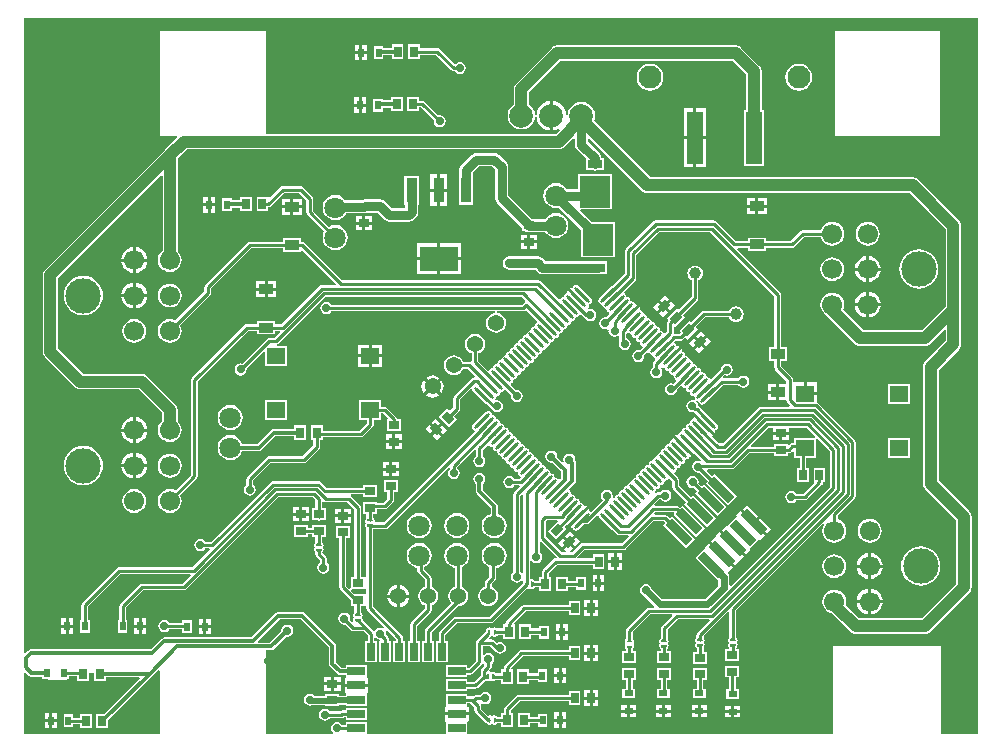
<source format=gtl>
G04 Layer_Physical_Order=1*
G04 Layer_Color=255*
%FSLAX44Y44*%
%MOMM*%
G71*
G01*
G75*
%ADD10R,0.5000X0.8000*%
%ADD11R,1.5000X0.7000*%
%ADD12R,0.7000X1.5000*%
G04:AMPARAMS|DCode=13|XSize=0.3mm|YSize=1.8mm|CornerRadius=0mm|HoleSize=0mm|Usage=FLASHONLY|Rotation=315.000|XOffset=0mm|YOffset=0mm|HoleType=Round|Shape=Round|*
%AMOVALD13*
21,1,1.5000,0.3000,0.0000,0.0000,45.0*
1,1,0.3000,-0.5303,-0.5303*
1,1,0.3000,0.5303,0.5303*
%
%ADD13OVALD13*%

G04:AMPARAMS|DCode=14|XSize=0.3mm|YSize=1.8mm|CornerRadius=0mm|HoleSize=0mm|Usage=FLASHONLY|Rotation=225.000|XOffset=0mm|YOffset=0mm|HoleType=Round|Shape=Round|*
%AMOVALD14*
21,1,1.5000,0.3000,0.0000,0.0000,315.0*
1,1,0.3000,-0.5303,0.5303*
1,1,0.3000,0.5303,-0.5303*
%
%ADD14OVALD14*%

%ADD15C,0.1270*%
%ADD16R,0.7000X0.9000*%
%ADD17R,0.9000X0.7000*%
%ADD18R,1.4000X4.5000*%
%ADD19R,1.5500X1.4000*%
G04:AMPARAMS|DCode=20|XSize=2.4mm|YSize=0.76mm|CornerRadius=0mm|HoleSize=0mm|Usage=FLASHONLY|Rotation=135.000|XOffset=0mm|YOffset=0mm|HoleType=Round|Shape=Rectangle|*
%AMROTATEDRECTD20*
4,1,4,1.1172,-0.5798,0.5798,-1.1172,-1.1172,0.5798,-0.5798,1.1172,1.1172,-0.5798,0.0*
%
%ADD20ROTATEDRECTD20*%

%ADD21R,1.2000X0.8500*%
%ADD22R,1.2700X0.7620*%
%ADD23R,2.5400X2.6700*%
G04:AMPARAMS|DCode=24|XSize=0.9mm|YSize=0.7mm|CornerRadius=0mm|HoleSize=0mm|Usage=FLASHONLY|Rotation=135.000|XOffset=0mm|YOffset=0mm|HoleType=Round|Shape=Rectangle|*
%AMROTATEDRECTD24*
4,1,4,0.5657,-0.0707,0.0707,-0.5657,-0.5657,0.0707,-0.0707,0.5657,0.5657,-0.0707,0.0*
%
%ADD24ROTATEDRECTD24*%

G04:AMPARAMS|DCode=25|XSize=0.9mm|YSize=0.7mm|CornerRadius=0mm|HoleSize=0mm|Usage=FLASHONLY|Rotation=225.000|XOffset=0mm|YOffset=0mm|HoleType=Round|Shape=Rectangle|*
%AMROTATEDRECTD25*
4,1,4,0.0707,0.5657,0.5657,0.0707,-0.0707,-0.5657,-0.5657,-0.0707,0.0707,0.5657,0.0*
%
%ADD25ROTATEDRECTD25*%

%ADD26R,0.8000X0.5000*%
%ADD27R,3.2500X2.1500*%
%ADD28R,0.9500X2.1500*%
%ADD29C,0.2500*%
%ADD30C,0.3000*%
%ADD31C,0.8000*%
%ADD32C,0.6000*%
%ADD33C,1.0000*%
%ADD34C,0.5000*%
%ADD35C,1.8000*%
%ADD36C,1.0000*%
%ADD37C,2.0000*%
%ADD38C,1.9500*%
%ADD39C,1.3716*%
%ADD40C,1.7000*%
%ADD41C,3.0000*%
%ADD42C,0.7000*%
G36*
X614680Y432130D02*
X614680Y378460D01*
X499629D01*
Y430342D01*
X500802Y430828D01*
X503610Y428020D01*
X503610Y428020D01*
X504610Y427351D01*
X505790Y427117D01*
X505790Y427117D01*
X514726D01*
Y424676D01*
X520204D01*
X520700Y424180D01*
X535940D01*
Y424676D01*
X537774D01*
Y427372D01*
X544736D01*
Y423706D01*
X554784D01*
Y430200D01*
X558736D01*
Y423706D01*
X568784D01*
Y426647D01*
X597157D01*
X597643Y425474D01*
X567614Y395444D01*
X560926D01*
Y383396D01*
X570974D01*
Y390084D01*
X608440Y427550D01*
X608440Y427550D01*
X613507Y432616D01*
X614680Y432130D01*
D02*
G37*
G36*
X1307581Y378460D02*
X1276350D01*
Y453390D01*
X1184910Y453390D01*
Y378460D01*
X876267D01*
X875074Y378646D01*
X875074Y379730D01*
Y388400D01*
X875074Y388694D01*
X875784Y389670D01*
X876050D01*
Y394400D01*
X866050D01*
X856050D01*
Y389670D01*
X856316D01*
X857026Y388694D01*
X857026Y388400D01*
X857026Y378646D01*
X855833Y378460D01*
X791267D01*
X790074Y378646D01*
Y388694D01*
X772026D01*
Y386368D01*
X768692D01*
X768162Y387162D01*
X766500Y388273D01*
X764540Y388662D01*
X762580Y388273D01*
X760918Y387162D01*
X759808Y385500D01*
X759418Y383540D01*
X759808Y381580D01*
X760918Y379918D01*
X761199Y379730D01*
X760814Y378460D01*
X704850D01*
X704850Y449593D01*
X709216D01*
X709216Y449593D01*
X710396Y449827D01*
X711396Y450496D01*
X721994Y461094D01*
X722630Y460968D01*
X724590Y461357D01*
X726252Y462468D01*
X727363Y464130D01*
X727752Y466090D01*
X727363Y468050D01*
X726252Y469712D01*
X724590Y470822D01*
X722630Y471212D01*
X720670Y470822D01*
X719008Y469712D01*
X717897Y468050D01*
X717508Y466090D01*
X717634Y465454D01*
X707939Y455759D01*
X697999D01*
X697513Y456933D01*
X716287Y475707D01*
X734053D01*
X757647Y452113D01*
Y438150D01*
X757647Y438150D01*
X757881Y436970D01*
X758550Y435970D01*
X765030Y429490D01*
X765030Y429490D01*
X766030Y428821D01*
X767210Y428587D01*
X772026D01*
Y426940D01*
X772026Y426646D01*
X771316Y425670D01*
X771050D01*
Y420940D01*
X781050D01*
X791050D01*
Y425670D01*
X790784D01*
X790074Y426646D01*
X790074Y426940D01*
Y436694D01*
X772026D01*
Y434753D01*
X768487D01*
X763813Y439427D01*
Y453390D01*
X763813Y453390D01*
X763578Y454570D01*
X762910Y455570D01*
X762910Y455570D01*
X737510Y480970D01*
X736510Y481638D01*
X735330Y481873D01*
X735330Y481873D01*
X715010D01*
X715010Y481873D01*
X713830Y481638D01*
X712830Y480970D01*
X712830Y480970D01*
X692143Y460283D01*
X618490D01*
X617310Y460048D01*
X616310Y459380D01*
X616310Y459380D01*
X607053Y450123D01*
X505460D01*
X505460Y450123D01*
X504280Y449888D01*
X503280Y449220D01*
X503280Y449220D01*
X500802Y446742D01*
X499629Y447228D01*
Y985001D01*
X1307581D01*
Y378460D01*
D02*
G37*
%LPC*%
G36*
X520940Y396390D02*
X517210D01*
Y391160D01*
X520940D01*
Y396390D01*
D02*
G37*
G36*
X527210D02*
X523480D01*
Y391160D01*
X527210D01*
Y396390D01*
D02*
G37*
G36*
X520940Y388620D02*
X517210D01*
Y383390D01*
X520940D01*
Y388620D01*
D02*
G37*
G36*
X527210D02*
X523480D01*
Y383390D01*
X527210D01*
Y388620D01*
D02*
G37*
G36*
X556974Y395444D02*
X546926D01*
Y392248D01*
X541234D01*
Y395414D01*
X533186D01*
Y384366D01*
X541234D01*
Y386592D01*
X546926D01*
Y383396D01*
X556974D01*
Y395444D01*
D02*
G37*
G36*
X984810Y504990D02*
X981080D01*
Y499760D01*
X984810D01*
Y504990D01*
D02*
G37*
G36*
X991080D02*
X987350D01*
Y499760D01*
X991080D01*
Y504990D01*
D02*
G37*
G36*
X1258890Y537304D02*
X1255651Y536985D01*
X1252536Y536040D01*
X1249665Y534506D01*
X1247149Y532441D01*
X1245084Y529925D01*
X1243550Y527054D01*
X1242605Y523939D01*
X1242286Y520700D01*
X1242605Y517461D01*
X1243550Y514346D01*
X1245084Y511475D01*
X1247149Y508959D01*
X1249665Y506894D01*
X1252536Y505360D01*
X1255651Y504415D01*
X1258890Y504096D01*
X1262129Y504415D01*
X1265244Y505360D01*
X1268115Y506894D01*
X1270631Y508959D01*
X1272696Y511475D01*
X1274230Y514346D01*
X1275175Y517461D01*
X1275494Y520700D01*
X1275175Y523939D01*
X1274230Y527054D01*
X1272696Y529925D01*
X1270631Y532441D01*
X1268115Y534506D01*
X1265244Y536040D01*
X1262129Y536985D01*
X1258890Y537304D01*
D02*
G37*
G36*
X817880Y504571D02*
Y496570D01*
X825882D01*
X825727Y497743D01*
X824784Y500019D01*
X823284Y501974D01*
X821329Y503474D01*
X819053Y504417D01*
X817880Y504571D01*
D02*
G37*
G36*
X1214420Y501628D02*
X1212819Y501417D01*
X1210143Y500308D01*
X1207845Y498545D01*
X1206082Y496247D01*
X1204973Y493572D01*
X1204762Y491970D01*
X1214420D01*
Y501628D01*
D02*
G37*
G36*
X1216960D02*
Y491970D01*
X1226618D01*
X1226407Y493572D01*
X1225298Y496247D01*
X1223535Y498545D01*
X1221237Y500308D01*
X1218562Y501417D01*
X1216960Y501628D01*
D02*
G37*
G36*
X815340Y504571D02*
X814167Y504417D01*
X811891Y503474D01*
X809936Y501974D01*
X808436Y500019D01*
X807493Y497743D01*
X807338Y496570D01*
X815340D01*
Y504571D01*
D02*
G37*
G36*
X984810Y512760D02*
X981080D01*
Y507530D01*
X984810D01*
Y512760D01*
D02*
G37*
G36*
X1226618Y519430D02*
X1216960D01*
Y509772D01*
X1218562Y509983D01*
X1221237Y511091D01*
X1223535Y512855D01*
X1225298Y515153D01*
X1226407Y517828D01*
X1226618Y519430D01*
D02*
G37*
G36*
X1185690Y530811D02*
X1183073Y530466D01*
X1180635Y529456D01*
X1178541Y527849D01*
X1176934Y525755D01*
X1175924Y523317D01*
X1175580Y520700D01*
X1175924Y518083D01*
X1176934Y515645D01*
X1178541Y513551D01*
X1180635Y511944D01*
X1183073Y510934D01*
X1185690Y510589D01*
X1188307Y510934D01*
X1190745Y511944D01*
X1192839Y513551D01*
X1194446Y515645D01*
X1195456Y518083D01*
X1195800Y520700D01*
X1195456Y523317D01*
X1194446Y525755D01*
X1192839Y527849D01*
X1190745Y529456D01*
X1188307Y530466D01*
X1185690Y530811D01*
D02*
G37*
G36*
X740084Y555554D02*
X728036D01*
Y545506D01*
X740084D01*
Y547677D01*
X743276D01*
Y545481D01*
X746472D01*
Y541016D01*
X746088Y540632D01*
X745962Y540329D01*
X745730Y540097D01*
X745363Y539210D01*
X745363Y538882D01*
X745237Y538579D01*
Y538099D01*
X745443Y537604D01*
X745656Y536638D01*
X745443Y535673D01*
X745237Y535178D01*
Y534698D01*
X745363Y534395D01*
X745363Y534067D01*
X745730Y533180D01*
X745962Y532948D01*
X746088Y532645D01*
X746472Y532261D01*
Y530860D01*
X746687Y529778D01*
X747300Y528860D01*
X750282Y525878D01*
Y523582D01*
X749488Y523052D01*
X748378Y521390D01*
X747988Y519430D01*
X748378Y517470D01*
X749488Y515808D01*
X751150Y514697D01*
X753110Y514308D01*
X755070Y514697D01*
X756732Y515808D01*
X757842Y517470D01*
X758232Y519430D01*
X757842Y521390D01*
X756732Y523052D01*
X755938Y523582D01*
Y527050D01*
X755938Y527050D01*
X755723Y528132D01*
X755110Y529050D01*
X755110Y529050D01*
X752128Y532032D01*
Y532261D01*
X752512Y532645D01*
X752638Y532948D01*
X752870Y533180D01*
X753237Y534067D01*
Y534395D01*
X753363Y534698D01*
Y535178D01*
X753158Y535673D01*
X752944Y536638D01*
X753158Y537604D01*
X753363Y538099D01*
Y538579D01*
X753237Y538882D01*
Y539210D01*
X752870Y540097D01*
X752638Y540329D01*
X752512Y540632D01*
X752128Y541016D01*
Y545481D01*
X755324D01*
Y555529D01*
X743276D01*
Y553333D01*
X740084D01*
Y555554D01*
D02*
G37*
G36*
X1214420Y519430D02*
X1204762D01*
X1204973Y517828D01*
X1206082Y515153D01*
X1207845Y512855D01*
X1210143Y511091D01*
X1212819Y509983D01*
X1214420Y509772D01*
Y519430D01*
D02*
G37*
G36*
X998870Y523240D02*
X994140D01*
Y517510D01*
X998870D01*
Y523240D01*
D02*
G37*
G36*
X991080Y512760D02*
X987350D01*
Y507530D01*
X991080D01*
Y512760D01*
D02*
G37*
G36*
X975104Y511784D02*
X967056D01*
Y508288D01*
X960094D01*
Y511484D01*
X950046D01*
Y499436D01*
X960094D01*
Y502632D01*
X967056D01*
Y500736D01*
X975104D01*
Y511784D01*
D02*
G37*
G36*
X978550Y483870D02*
X973820D01*
Y478140D01*
X978550D01*
Y483870D01*
D02*
G37*
G36*
X541180Y476400D02*
X537450D01*
Y471170D01*
X541180D01*
Y476400D01*
D02*
G37*
G36*
X1214420Y489430D02*
X1204762D01*
X1204973Y487828D01*
X1206082Y485153D01*
X1207845Y482855D01*
X1210143Y481091D01*
X1212819Y479983D01*
X1214420Y479772D01*
Y489430D01*
D02*
G37*
G36*
X985820Y483870D02*
X981090D01*
Y478140D01*
X985820D01*
Y483870D01*
D02*
G37*
G36*
X534910Y476400D02*
X531180D01*
Y471170D01*
X534910D01*
Y476400D01*
D02*
G37*
G36*
X657690Y475930D02*
X653960D01*
Y470700D01*
X657690D01*
Y475930D01*
D02*
G37*
G36*
X603170Y476400D02*
X599440D01*
Y471170D01*
X603170D01*
Y476400D01*
D02*
G37*
G36*
X596900D02*
X593170D01*
Y471170D01*
X596900D01*
Y476400D01*
D02*
G37*
G36*
X866140Y540205D02*
X863393Y539843D01*
X860833Y538783D01*
X858634Y537096D01*
X856947Y534897D01*
X855887Y532337D01*
X855525Y529590D01*
X855887Y526843D01*
X856947Y524283D01*
X858634Y522084D01*
X860833Y520397D01*
X863393Y519337D01*
X864582Y519180D01*
Y503201D01*
X863183Y502622D01*
X861432Y501278D01*
X860088Y499527D01*
X859244Y497488D01*
X858956Y495300D01*
X859244Y493112D01*
X860088Y491073D01*
X861349Y489429D01*
X840010Y468090D01*
X839397Y467172D01*
X839182Y466090D01*
Y457194D01*
X836526D01*
Y439146D01*
X846574D01*
Y457194D01*
X844838D01*
Y464919D01*
X866841Y486921D01*
X867410Y486846D01*
X869598Y487134D01*
X871637Y487978D01*
X873388Y489322D01*
X874732Y491073D01*
X875576Y493112D01*
X875864Y495300D01*
X875576Y497488D01*
X874732Y499527D01*
X873388Y501278D01*
X871637Y502622D01*
X870238Y503201D01*
Y519897D01*
X871447Y520397D01*
X873646Y522084D01*
X875333Y524283D01*
X876393Y526843D01*
X876755Y529590D01*
X876393Y532337D01*
X875333Y534897D01*
X873646Y537096D01*
X871447Y538783D01*
X868887Y539843D01*
X866140Y540205D01*
D02*
G37*
G36*
X985820Y492140D02*
X981090D01*
Y486410D01*
X985820D01*
Y492140D01*
D02*
G37*
G36*
X970844Y491164D02*
X960796D01*
Y487968D01*
X923290D01*
X923290Y487968D01*
X922208Y487753D01*
X921290Y487140D01*
X921290Y487140D01*
X908090Y473940D01*
X907477Y473022D01*
X907262Y471940D01*
Y471314D01*
X905066D01*
Y468118D01*
X899834D01*
X899739Y468158D01*
X899507Y468390D01*
X898620Y468757D01*
X898292D01*
X897989Y468883D01*
X897509D01*
X897014Y468677D01*
X896049Y468464D01*
X895083Y468677D01*
X894588Y468883D01*
X894108D01*
X893805Y468757D01*
X893477D01*
X892590Y468390D01*
X892358Y468158D01*
X892055Y468032D01*
X891376Y467353D01*
X891250Y467050D01*
X891018Y466818D01*
X890651Y465931D01*
X890651Y465603D01*
X890525Y465300D01*
Y465077D01*
X883190Y457742D01*
X882577Y456824D01*
X882362Y455742D01*
Y440592D01*
X876344Y434574D01*
X875074Y434681D01*
Y436694D01*
X857026D01*
Y426646D01*
X875074D01*
Y428842D01*
X877440D01*
X878522Y429057D01*
X879440Y429670D01*
X887190Y437420D01*
X887567Y437984D01*
X888921Y438195D01*
X889451Y437748D01*
X889520Y436320D01*
X887470Y434270D01*
X886857Y433352D01*
X886642Y432270D01*
Y428362D01*
X880779Y422498D01*
X875074D01*
Y424694D01*
X857026D01*
Y414646D01*
X875074D01*
Y416842D01*
X881950D01*
X883032Y417057D01*
X883950Y417670D01*
X890446Y424166D01*
X890635Y423978D01*
X890938Y423852D01*
X891170Y423620D01*
X892057Y423253D01*
X892385Y423253D01*
X892688Y423127D01*
X893168D01*
X894334Y423611D01*
X894923Y423611D01*
X896089Y423127D01*
X896569D01*
X896872Y423253D01*
X897200Y423253D01*
X898087Y423620D01*
X898319Y423852D01*
X898622Y423978D01*
X899006Y424362D01*
X903496D01*
Y421166D01*
X913544D01*
Y433214D01*
X912720D01*
X912194Y434484D01*
X921921Y444212D01*
X960796D01*
Y441016D01*
X970844D01*
Y453064D01*
X960796D01*
Y449868D01*
X920750D01*
X920750Y449868D01*
X919668Y449653D01*
X918750Y449040D01*
X906520Y436810D01*
X905907Y435892D01*
X905692Y434810D01*
Y433214D01*
X903496D01*
Y430018D01*
X899006D01*
X898622Y430402D01*
X898319Y430528D01*
X898087Y430760D01*
X897200Y431127D01*
X896872D01*
X896569Y431253D01*
X896089D01*
X895110Y430847D01*
X893976Y431301D01*
X893724Y432525D01*
X894810Y433610D01*
X894810Y433610D01*
X895423Y434528D01*
X895638Y435610D01*
Y437808D01*
X896432Y438338D01*
X897542Y440000D01*
X897932Y441960D01*
X897542Y443920D01*
X896432Y445582D01*
X894770Y446693D01*
X892810Y447082D01*
X890850Y446693D01*
X889288Y445649D01*
X888788Y445765D01*
X888018Y446118D01*
Y452914D01*
X894366D01*
X897850Y449430D01*
X897970Y449350D01*
X899000Y447808D01*
X900662Y446697D01*
X902623Y446307D01*
X904583Y446697D01*
X906245Y447808D01*
X907355Y449469D01*
X907745Y451430D01*
X907355Y453390D01*
X906245Y455052D01*
X904583Y456162D01*
X902623Y456552D01*
X900662Y456162D01*
X899736Y455544D01*
X897538Y457742D01*
X896620Y458355D01*
X895538Y458570D01*
X893678D01*
X893192Y459744D01*
X894205Y460757D01*
X894588D01*
X895754Y461241D01*
X896343Y461241D01*
X897509Y460757D01*
X897989D01*
X898292Y460883D01*
X898620Y460883D01*
X899507Y461250D01*
X899739Y461482D01*
X900042Y461608D01*
X900721Y462287D01*
X900794Y462462D01*
X905066D01*
Y459266D01*
X915114D01*
Y471314D01*
X915114D01*
X914631Y472481D01*
X924462Y482312D01*
X960796D01*
Y479116D01*
X970844D01*
Y491164D01*
D02*
G37*
G36*
X897890Y540205D02*
X895143Y539843D01*
X892583Y538783D01*
X890384Y537096D01*
X888697Y534897D01*
X887637Y532337D01*
X887275Y529590D01*
X887637Y526843D01*
X888697Y524283D01*
X890384Y522084D01*
X892583Y520397D01*
X893792Y519897D01*
Y511712D01*
X890810Y508730D01*
X890197Y507812D01*
X889982Y506730D01*
Y503201D01*
X888583Y502622D01*
X886832Y501278D01*
X885488Y499527D01*
X884644Y497488D01*
X884356Y495300D01*
X884644Y493112D01*
X885488Y491073D01*
X886832Y489322D01*
X888583Y487978D01*
X890622Y487134D01*
X892810Y486846D01*
X894998Y487134D01*
X897037Y487978D01*
X898788Y489322D01*
X900132Y491073D01*
X900976Y493112D01*
X901264Y495300D01*
X900976Y497488D01*
X900132Y499527D01*
X898788Y501278D01*
X897037Y502622D01*
X895638Y503201D01*
Y505559D01*
X898620Y508540D01*
X899233Y509458D01*
X899448Y510540D01*
Y519180D01*
X900637Y519337D01*
X903197Y520397D01*
X905396Y522084D01*
X907083Y524283D01*
X908143Y526843D01*
X908505Y529590D01*
X908143Y532337D01*
X907083Y534897D01*
X905396Y537096D01*
X903197Y538783D01*
X900637Y539843D01*
X897890Y540205D01*
D02*
G37*
G36*
X815340Y494030D02*
X807338D01*
X807493Y492857D01*
X808436Y490581D01*
X809936Y488626D01*
X811891Y487126D01*
X814167Y486183D01*
X815340Y486029D01*
Y494030D01*
D02*
G37*
G36*
X1226618Y489430D02*
X1216960D01*
Y479772D01*
X1218562Y479983D01*
X1221237Y481091D01*
X1223535Y482855D01*
X1225298Y485153D01*
X1226407Y487828D01*
X1226618Y489430D01*
D02*
G37*
G36*
X978550Y492140D02*
X973820D01*
Y486410D01*
X978550D01*
Y492140D01*
D02*
G37*
G36*
X825882Y494030D02*
X817880D01*
Y486029D01*
X819053Y486183D01*
X821329Y487126D01*
X823284Y488626D01*
X824784Y490581D01*
X825727Y492857D01*
X825882Y494030D01*
D02*
G37*
G36*
X768350Y569260D02*
X762620D01*
Y564530D01*
X768350D01*
Y569260D01*
D02*
G37*
G36*
X1065711Y596942D02*
X1063750Y596553D01*
X1062088Y595442D01*
X1060978Y593780D01*
X1060588Y591820D01*
X1060978Y589860D01*
X1062088Y588198D01*
X1063750Y587088D01*
X1065711Y586698D01*
X1066647Y586884D01*
X1069479Y584052D01*
X1067714Y582287D01*
X1086840Y563161D01*
X1094369Y570691D01*
X1075243Y589816D01*
X1073479Y588052D01*
X1070647Y590884D01*
X1070833Y591820D01*
X1070443Y593780D01*
X1069333Y595442D01*
X1067671Y596553D01*
X1065711Y596942D01*
D02*
G37*
G36*
X593110Y585900D02*
X590493Y585556D01*
X588055Y584546D01*
X585961Y582939D01*
X584354Y580845D01*
X583344Y578407D01*
X582999Y575790D01*
X583344Y573173D01*
X584354Y570735D01*
X585961Y568641D01*
X588055Y567034D01*
X590493Y566024D01*
X593110Y565680D01*
X595727Y566024D01*
X598165Y567034D01*
X600259Y568641D01*
X601866Y570735D01*
X602876Y573173D01*
X603220Y575790D01*
X602876Y578407D01*
X601866Y580845D01*
X600259Y582939D01*
X598165Y584546D01*
X595727Y585556D01*
X593110Y585900D01*
D02*
G37*
G36*
X776620Y569260D02*
X770890D01*
Y564530D01*
X776620D01*
Y569260D01*
D02*
G37*
G36*
X732790Y563260D02*
X727060D01*
Y558530D01*
X732790D01*
Y563260D01*
D02*
G37*
G36*
X776620Y561990D02*
X770890D01*
Y557260D01*
X776620D01*
Y561990D01*
D02*
G37*
G36*
X1111801Y572600D02*
X1108244Y569043D01*
X1117599Y559688D01*
X1121156Y563245D01*
X1111801Y572600D01*
D02*
G37*
G36*
X741060Y563260D02*
X735330D01*
Y558530D01*
X741060D01*
Y563260D01*
D02*
G37*
G36*
X604038Y604520D02*
X594380D01*
Y594862D01*
X595982Y595073D01*
X598657Y596181D01*
X600955Y597945D01*
X602719Y600243D01*
X603827Y602918D01*
X604038Y604520D01*
D02*
G37*
G36*
X591840D02*
X582182D01*
X582393Y602918D01*
X583502Y600243D01*
X585265Y597945D01*
X587562Y596181D01*
X590238Y595073D01*
X591840Y594862D01*
Y604520D01*
D02*
G37*
G36*
X808990Y601360D02*
X803260D01*
Y596630D01*
X808990D01*
Y601360D01*
D02*
G37*
G36*
X623110Y615900D02*
X620493Y615556D01*
X618055Y614546D01*
X615961Y612939D01*
X614354Y610845D01*
X613344Y608407D01*
X612999Y605790D01*
X613344Y603173D01*
X614354Y600735D01*
X615961Y598641D01*
X618055Y597034D01*
X620493Y596024D01*
X623110Y595680D01*
X625727Y596024D01*
X628165Y597034D01*
X630259Y598641D01*
X631866Y600735D01*
X632876Y603173D01*
X633220Y605790D01*
X632876Y608407D01*
X631866Y610845D01*
X630259Y612939D01*
X628165Y614546D01*
X625727Y615556D01*
X623110Y615900D01*
D02*
G37*
G36*
X741060Y570530D02*
X735330D01*
Y565800D01*
X741060D01*
Y570530D01*
D02*
G37*
G36*
X732790D02*
X727060D01*
Y565800D01*
X732790D01*
Y570530D01*
D02*
G37*
G36*
X1178181Y603849D02*
X1168133D01*
Y591801D01*
X1168133D01*
X1168522Y590862D01*
X1159609Y581948D01*
X1153503D01*
X1152972Y582742D01*
X1151310Y583853D01*
X1149350Y584242D01*
X1147390Y583853D01*
X1145728Y582742D01*
X1144617Y581080D01*
X1144228Y579120D01*
X1144617Y577160D01*
X1145728Y575498D01*
X1147390Y574388D01*
X1149350Y573998D01*
X1151310Y574388D01*
X1152972Y575498D01*
X1153503Y576292D01*
X1160780D01*
X1161862Y576507D01*
X1162780Y577120D01*
X1175157Y589497D01*
X1175157Y589497D01*
X1175770Y590414D01*
X1175985Y591497D01*
Y591801D01*
X1178181D01*
Y603849D01*
D02*
G37*
G36*
X549910Y622394D02*
X546671Y622075D01*
X543556Y621130D01*
X540685Y619596D01*
X538169Y617531D01*
X536104Y615015D01*
X534570Y612144D01*
X533625Y609029D01*
X533306Y605790D01*
X533625Y602551D01*
X534570Y599436D01*
X536104Y596565D01*
X538169Y594049D01*
X540685Y591984D01*
X543556Y590450D01*
X546671Y589505D01*
X549910Y589186D01*
X553149Y589505D01*
X556264Y590450D01*
X559135Y591984D01*
X561651Y594049D01*
X563716Y596565D01*
X565250Y599436D01*
X566195Y602551D01*
X566514Y605790D01*
X566195Y609029D01*
X565250Y612144D01*
X563716Y615015D01*
X561651Y617531D01*
X559135Y619596D01*
X556264Y621130D01*
X553149Y622075D01*
X549910Y622394D01*
D02*
G37*
G36*
X1006140Y531510D02*
X1001410D01*
Y525780D01*
X1006140D01*
Y531510D01*
D02*
G37*
G36*
X998870D02*
X994140D01*
Y525780D01*
X998870D01*
Y531510D01*
D02*
G37*
G36*
X966977Y545332D02*
X962925Y541281D01*
X966270Y537936D01*
X970322Y541988D01*
X966977Y545332D01*
D02*
G37*
G36*
X955989Y544625D02*
X951937Y540573D01*
X955282Y537229D01*
X959333Y541281D01*
X955989Y544625D01*
D02*
G37*
G36*
X1088487Y549286D02*
X1085758Y546557D01*
X1084931Y545730D01*
X1084033Y544832D01*
X1081303Y542102D01*
X1091556Y531849D01*
X1101809Y521596D01*
X1104539Y524325D01*
X1105366Y525153D01*
X1106264Y526051D01*
X1108994Y528780D01*
X1098740Y539033D01*
X1088487Y549286D01*
D02*
G37*
G36*
X1006140Y523240D02*
X1001410D01*
Y517510D01*
X1006140D01*
Y523240D01*
D02*
G37*
G36*
X1216960Y531628D02*
Y521970D01*
X1226618D01*
X1226407Y523572D01*
X1225298Y526247D01*
X1223535Y528545D01*
X1221237Y530308D01*
X1218562Y531417D01*
X1216960Y531628D01*
D02*
G37*
G36*
X1214420D02*
X1212819Y531417D01*
X1210143Y530308D01*
X1207845Y528545D01*
X1206082Y526247D01*
X1204973Y523572D01*
X1204762Y521970D01*
X1214420D01*
Y531628D01*
D02*
G37*
G36*
X1122952Y561449D02*
X1119395Y557892D01*
X1128750Y548537D01*
X1132307Y552094D01*
X1122952Y561449D01*
D02*
G37*
G36*
X885190Y599482D02*
X883230Y599092D01*
X881568Y597982D01*
X880458Y596320D01*
X880068Y594360D01*
X880458Y592400D01*
X881568Y590738D01*
X882107Y590378D01*
Y584200D01*
X882107Y584200D01*
X882342Y583020D01*
X883010Y582020D01*
X894807Y570223D01*
Y565104D01*
X892583Y564183D01*
X890384Y562496D01*
X888697Y560297D01*
X887637Y557737D01*
X887275Y554990D01*
X887637Y552243D01*
X888697Y549683D01*
X890384Y547484D01*
X892583Y545797D01*
X895143Y544737D01*
X897890Y544375D01*
X900637Y544737D01*
X903197Y545797D01*
X905396Y547484D01*
X907083Y549683D01*
X908143Y552243D01*
X908505Y554990D01*
X908143Y557737D01*
X907083Y560297D01*
X905396Y562496D01*
X903197Y564183D01*
X900973Y565104D01*
Y571500D01*
X900973Y571500D01*
X900739Y572680D01*
X900070Y573680D01*
X900070Y573680D01*
X888273Y585477D01*
Y590378D01*
X888812Y590738D01*
X889922Y592400D01*
X890312Y594360D01*
X889922Y596320D01*
X888812Y597982D01*
X887150Y599092D01*
X885190Y599482D01*
D02*
G37*
G36*
X768350Y561990D02*
X762620D01*
Y557260D01*
X768350D01*
Y561990D01*
D02*
G37*
G36*
X1106448Y567247D02*
X1102891Y563690D01*
X1103250Y563331D01*
X1102821Y562239D01*
X1102683Y562102D01*
X1095428Y554847D01*
X1095291Y554710D01*
X1094199Y554280D01*
X1093840Y554639D01*
X1090284Y551082D01*
X1100536Y540830D01*
X1110790Y530576D01*
X1114346Y534133D01*
X1113987Y534492D01*
X1114417Y535584D01*
X1114554Y535721D01*
X1121809Y542976D01*
X1121946Y543113D01*
X1123038Y543543D01*
X1123397Y543184D01*
X1126954Y546741D01*
X1116701Y556994D01*
X1106448Y567247D01*
D02*
G37*
G36*
X961837Y550473D02*
X957785Y546421D01*
X961130Y543077D01*
X965181Y547128D01*
X961837Y550473D01*
D02*
G37*
G36*
X1215690Y560811D02*
X1213073Y560466D01*
X1210635Y559456D01*
X1208541Y557849D01*
X1206934Y555755D01*
X1205924Y553317D01*
X1205580Y550700D01*
X1205924Y548083D01*
X1206934Y545645D01*
X1208541Y543551D01*
X1210635Y541944D01*
X1213073Y540934D01*
X1215690Y540589D01*
X1218307Y540934D01*
X1220745Y541944D01*
X1222839Y543551D01*
X1224446Y545645D01*
X1225456Y548083D01*
X1225800Y550700D01*
X1225456Y553317D01*
X1224446Y555755D01*
X1222839Y557849D01*
X1220745Y559456D01*
X1218307Y560466D01*
X1215690Y560811D01*
D02*
G37*
G36*
X866140Y565605D02*
X863393Y565243D01*
X860833Y564183D01*
X858634Y562496D01*
X856947Y560297D01*
X855887Y557737D01*
X855525Y554990D01*
X855887Y552243D01*
X856947Y549683D01*
X858634Y547484D01*
X860833Y545797D01*
X863393Y544737D01*
X866140Y544375D01*
X868887Y544737D01*
X871447Y545797D01*
X873646Y547484D01*
X875333Y549683D01*
X876393Y552243D01*
X876755Y554990D01*
X876393Y557737D01*
X875333Y560297D01*
X873646Y562496D01*
X871447Y564183D01*
X868887Y565243D01*
X866140Y565605D01*
D02*
G37*
G36*
X834390D02*
X831643Y565243D01*
X829083Y564183D01*
X826884Y562496D01*
X825197Y560297D01*
X824137Y557737D01*
X823775Y554990D01*
X824137Y552243D01*
X825197Y549683D01*
X826884Y547484D01*
X829083Y545797D01*
X831643Y544737D01*
X834390Y544375D01*
X837137Y544737D01*
X839697Y545797D01*
X841896Y547484D01*
X843583Y549683D01*
X844643Y552243D01*
X845005Y554990D01*
X844643Y557737D01*
X843583Y560297D01*
X841896Y562496D01*
X839697Y564183D01*
X837137Y565243D01*
X834390Y565605D01*
D02*
G37*
G36*
X651420Y475930D02*
X647690D01*
Y470700D01*
X651420D01*
Y475930D01*
D02*
G37*
G36*
X1106320Y402510D02*
X1101090D01*
Y398780D01*
X1106320D01*
Y402510D01*
D02*
G37*
G36*
X1039706Y402998D02*
X1034476D01*
Y399268D01*
X1039706D01*
Y402998D01*
D02*
G37*
G36*
X1070186D02*
X1064957D01*
Y399268D01*
X1070186D01*
Y402998D01*
D02*
G37*
G36*
X1098550Y402510D02*
X1093320D01*
Y398780D01*
X1098550D01*
Y402510D01*
D02*
G37*
G36*
X1010496Y396728D02*
X1005266D01*
Y392998D01*
X1010496D01*
Y396728D01*
D02*
G37*
G36*
X1018266D02*
X1013036D01*
Y392998D01*
X1018266D01*
Y396728D01*
D02*
G37*
G36*
X790074Y400694D02*
X772026D01*
Y398498D01*
X769180D01*
X768098Y398283D01*
X767372Y397798D01*
X758532D01*
X758002Y398592D01*
X756340Y399702D01*
X754380Y400092D01*
X752420Y399702D01*
X750758Y398592D01*
X749648Y396930D01*
X749258Y394970D01*
X749648Y393010D01*
X750758Y391348D01*
X752420Y390238D01*
X754380Y389848D01*
X756340Y390238D01*
X758002Y391348D01*
X758532Y392142D01*
X768480D01*
X769562Y392357D01*
X770288Y392842D01*
X772026D01*
Y390646D01*
X790074D01*
Y400694D01*
D02*
G37*
G36*
X1047476Y402998D02*
X1042246D01*
Y399268D01*
X1047476D01*
Y402998D01*
D02*
G37*
G36*
X985820Y407670D02*
X981090D01*
Y401940D01*
X985820D01*
Y407670D01*
D02*
G37*
G36*
X1105420Y436422D02*
X1093372D01*
Y426374D01*
X1096568D01*
Y416534D01*
X1094296D01*
Y408486D01*
X1105344D01*
Y416534D01*
X1102225D01*
Y426374D01*
X1105420D01*
Y436422D01*
D02*
G37*
G36*
X1047470Y434652D02*
X1035423D01*
Y424604D01*
X1038618D01*
Y417022D01*
X1035452D01*
Y408974D01*
X1046500D01*
Y417022D01*
X1044275D01*
Y424604D01*
X1047470D01*
Y434652D01*
D02*
G37*
G36*
X978550Y407670D02*
X973820D01*
Y401940D01*
X978550D01*
Y407670D01*
D02*
G37*
G36*
X1077956Y402998D02*
X1072726D01*
Y399268D01*
X1077956D01*
Y402998D01*
D02*
G37*
G36*
X1010496Y402998D02*
X1005266D01*
Y399268D01*
X1010496D01*
Y402998D01*
D02*
G37*
G36*
X1018266D02*
X1013036D01*
Y399268D01*
X1018266D01*
Y402998D01*
D02*
G37*
G36*
X1077956Y396728D02*
X1072726D01*
Y392998D01*
X1077956D01*
Y396728D01*
D02*
G37*
G36*
X927844Y396384D02*
X917796D01*
Y384336D01*
X927844D01*
Y387532D01*
X934806D01*
Y384836D01*
X942854D01*
Y395884D01*
X934806D01*
Y393188D01*
X927844D01*
Y396384D01*
D02*
G37*
G36*
X958830Y389090D02*
X955100D01*
Y383860D01*
X958830D01*
Y389090D01*
D02*
G37*
G36*
X952560D02*
X948830D01*
Y383860D01*
X952560D01*
Y389090D01*
D02*
G37*
G36*
Y396860D02*
X948830D01*
Y391630D01*
X952560D01*
Y396860D01*
D02*
G37*
G36*
X1039706Y396728D02*
X1034476D01*
Y392998D01*
X1039706D01*
Y396728D01*
D02*
G37*
G36*
X1047476D02*
X1042246D01*
Y392998D01*
X1047476D01*
Y396728D01*
D02*
G37*
G36*
X1070186D02*
X1064957D01*
Y392998D01*
X1070186D01*
Y396728D01*
D02*
G37*
G36*
X1106320Y396240D02*
X1101090D01*
Y392510D01*
X1106320D01*
Y396240D01*
D02*
G37*
G36*
X958830Y396860D02*
X955100D01*
Y391630D01*
X958830D01*
Y396860D01*
D02*
G37*
G36*
X1098550Y396240D02*
X1093320D01*
Y392510D01*
X1098550D01*
Y396240D01*
D02*
G37*
G36*
X1077950Y434032D02*
X1065902D01*
Y423984D01*
X1069098D01*
Y417022D01*
X1065932D01*
Y408974D01*
X1076980D01*
Y417022D01*
X1074755D01*
Y423984D01*
X1077950D01*
Y434032D01*
D02*
G37*
G36*
X960100Y463550D02*
X956370D01*
Y458320D01*
X960100D01*
Y463550D01*
D02*
G37*
G36*
X929114Y471314D02*
X919066D01*
Y459266D01*
X929114D01*
Y462462D01*
X936076D01*
Y459296D01*
X944124D01*
Y470344D01*
X936076D01*
Y468118D01*
X929114D01*
Y471314D01*
D02*
G37*
G36*
X651420Y468160D02*
X647690D01*
Y462930D01*
X651420D01*
Y468160D01*
D02*
G37*
G36*
X953830Y463550D02*
X950100D01*
Y458320D01*
X953830D01*
Y463550D01*
D02*
G37*
G36*
X985820Y445770D02*
X981090D01*
Y440040D01*
X985820D01*
Y445770D01*
D02*
G37*
G36*
X978550Y454040D02*
X973820D01*
Y448310D01*
X978550D01*
Y454040D01*
D02*
G37*
G36*
X985820D02*
X981090D01*
Y448310D01*
X985820D01*
Y454040D01*
D02*
G37*
G36*
X657690Y468160D02*
X653960D01*
Y462930D01*
X657690D01*
Y468160D01*
D02*
G37*
G36*
X618490Y475022D02*
X616530Y474632D01*
X614868Y473522D01*
X613758Y471860D01*
X613368Y469900D01*
X613758Y467940D01*
X614868Y466278D01*
X616530Y465168D01*
X618490Y464778D01*
X620450Y465168D01*
X622112Y466278D01*
X622643Y467072D01*
X633666D01*
Y463906D01*
X641714D01*
Y474954D01*
X633666D01*
Y472728D01*
X622643D01*
X622112Y473522D01*
X620450Y474632D01*
X618490Y475022D01*
D02*
G37*
G36*
X953830Y471320D02*
X950100D01*
Y466090D01*
X953830D01*
Y471320D01*
D02*
G37*
G36*
X960100D02*
X956370D01*
Y466090D01*
X960100D01*
Y471320D01*
D02*
G37*
G36*
X603170Y468630D02*
X599440D01*
Y463400D01*
X603170D01*
Y468630D01*
D02*
G37*
G36*
X534910D02*
X531180D01*
Y463400D01*
X534910D01*
Y468630D01*
D02*
G37*
G36*
X541180D02*
X537450D01*
Y463400D01*
X541180D01*
Y468630D01*
D02*
G37*
G36*
X596900D02*
X593170D01*
Y463400D01*
X596900D01*
Y468630D01*
D02*
G37*
G36*
X978550Y445770D02*
X973820D01*
Y440040D01*
X978550D01*
Y445770D01*
D02*
G37*
G36*
X970844Y414964D02*
X960796D01*
Y411768D01*
X918210D01*
X918210Y411768D01*
X917128Y411553D01*
X916210Y410940D01*
X916210Y410940D01*
X906820Y401550D01*
X906207Y400632D01*
X905992Y399550D01*
Y396384D01*
X903796D01*
Y393188D01*
X900365D01*
X899981Y393572D01*
X899678Y393698D01*
X899446Y393930D01*
X898559Y394297D01*
X898231D01*
X897928Y394423D01*
X897448D01*
X896282Y393939D01*
X895693Y393939D01*
X894527Y394423D01*
X894047D01*
X893744Y394297D01*
X893416D01*
X892700Y394000D01*
X886748Y399952D01*
Y402590D01*
X886533Y403672D01*
X886298Y404024D01*
X887214Y404940D01*
X888310Y404207D01*
X890270Y403818D01*
X892230Y404207D01*
X893892Y405318D01*
X895003Y406980D01*
X895392Y408940D01*
X895003Y410900D01*
X893892Y412562D01*
X892230Y413672D01*
X890270Y414062D01*
X888310Y413672D01*
X886648Y412562D01*
X886117Y411768D01*
X882650D01*
X881568Y411553D01*
X880650Y410940D01*
X879965Y410255D01*
X879922Y410283D01*
X878840Y410498D01*
X875074D01*
Y412694D01*
X857026D01*
Y402940D01*
X857026Y402646D01*
X856316Y401670D01*
X856050D01*
Y396940D01*
X866050D01*
X876050D01*
Y401670D01*
X875784D01*
X875074Y402646D01*
X875074Y402940D01*
Y404842D01*
X877669D01*
X881092Y401418D01*
Y398780D01*
X881307Y397698D01*
X881920Y396780D01*
X890340Y388360D01*
X891258Y387747D01*
X891429Y387713D01*
X891994Y387148D01*
X892297Y387022D01*
X892529Y386790D01*
X893416Y386423D01*
X893744Y386423D01*
X894047Y386297D01*
X894527D01*
X895693Y386781D01*
X896282Y386781D01*
X897448Y386297D01*
X897928D01*
X898231Y386423D01*
X898559Y386423D01*
X899446Y386790D01*
X899678Y387022D01*
X899981Y387148D01*
X900365Y387532D01*
X903796D01*
Y384336D01*
X913844D01*
Y396384D01*
X911648D01*
Y398378D01*
X919381Y406112D01*
X960796D01*
Y402916D01*
X970844D01*
Y414964D01*
D02*
G37*
G36*
X759460Y419750D02*
X753730D01*
Y415020D01*
X759460D01*
Y419750D01*
D02*
G37*
G36*
X767730D02*
X762000D01*
Y415020D01*
X767730D01*
Y419750D01*
D02*
G37*
G36*
X791050Y418400D02*
X781050D01*
X771050D01*
Y413670D01*
X771316D01*
X772026Y412694D01*
X772026Y412400D01*
Y411123D01*
X766754D01*
Y412044D01*
X754706D01*
Y410973D01*
X745515D01*
X745302Y411292D01*
X743640Y412402D01*
X741680Y412792D01*
X739720Y412402D01*
X738058Y411292D01*
X736947Y409630D01*
X736558Y407670D01*
X736947Y405710D01*
X738058Y404048D01*
X739720Y402938D01*
X741680Y402548D01*
X742784Y402767D01*
X754706D01*
Y401996D01*
X766754D01*
Y402917D01*
X772026D01*
Y402646D01*
X790074D01*
Y412400D01*
X790074Y412694D01*
X790784Y413670D01*
X791050D01*
Y418400D01*
D02*
G37*
G36*
X1018260Y434652D02*
X1006212D01*
Y424604D01*
X1009408D01*
Y417022D01*
X1006243D01*
Y408974D01*
X1017290D01*
Y417022D01*
X1015065D01*
Y424604D01*
X1018260D01*
Y434652D01*
D02*
G37*
G36*
X978550Y415940D02*
X973820D01*
Y410210D01*
X978550D01*
Y415940D01*
D02*
G37*
G36*
X985820D02*
X981090D01*
Y410210D01*
X985820D01*
Y415940D01*
D02*
G37*
G36*
X952260Y426720D02*
X948530D01*
Y421490D01*
X952260D01*
Y426720D01*
D02*
G37*
G36*
X958530Y434490D02*
X954800D01*
Y429260D01*
X958530D01*
Y434490D01*
D02*
G37*
G36*
X942554Y433514D02*
X934506D01*
Y430018D01*
X927544D01*
Y433214D01*
X917496D01*
Y421166D01*
X927544D01*
Y424362D01*
X934506D01*
Y422466D01*
X942554D01*
Y433514D01*
D02*
G37*
G36*
X834390Y540205D02*
X831643Y539843D01*
X829083Y538783D01*
X826884Y537096D01*
X825197Y534897D01*
X824137Y532337D01*
X823775Y529590D01*
X824137Y526843D01*
X825197Y524283D01*
X826884Y522084D01*
X829083Y520397D01*
X831643Y519337D01*
X832832Y519180D01*
Y516890D01*
X833047Y515808D01*
X833660Y514890D01*
X839182Y509369D01*
Y503201D01*
X837783Y502622D01*
X836032Y501278D01*
X834688Y499527D01*
X833844Y497488D01*
X833556Y495300D01*
X833844Y493112D01*
X834688Y491073D01*
X836032Y489322D01*
X837783Y487978D01*
X839182Y487399D01*
Y485042D01*
X827550Y473410D01*
X826937Y472492D01*
X826722Y471410D01*
Y457194D01*
X824526D01*
Y439146D01*
X834574D01*
Y457194D01*
X832378D01*
Y470238D01*
X844010Y481870D01*
X844623Y482788D01*
X844838Y483870D01*
Y487399D01*
X846237Y487978D01*
X847988Y489322D01*
X849332Y491073D01*
X850176Y493112D01*
X850464Y495300D01*
X850176Y497488D01*
X849332Y499527D01*
X847988Y501278D01*
X846237Y502622D01*
X844838Y503201D01*
Y510540D01*
X844623Y511622D01*
X844010Y512540D01*
X844010Y512540D01*
X838488Y518061D01*
Y519897D01*
X839697Y520397D01*
X841896Y522084D01*
X843583Y524283D01*
X844643Y526843D01*
X845005Y529590D01*
X844643Y532337D01*
X843583Y534897D01*
X841896Y537096D01*
X839697Y538783D01*
X837137Y539843D01*
X834390Y540205D01*
D02*
G37*
G36*
X952260Y434490D02*
X948530D01*
Y429260D01*
X952260D01*
Y434490D01*
D02*
G37*
G36*
X958530Y426720D02*
X954800D01*
Y421490D01*
X958530D01*
Y426720D01*
D02*
G37*
G36*
X759460Y427020D02*
X753730D01*
Y422290D01*
X759460D01*
Y427020D01*
D02*
G37*
G36*
X767730D02*
X762000D01*
Y422290D01*
X767730D01*
Y427020D01*
D02*
G37*
G36*
X1214100Y812271D02*
X1211483Y811926D01*
X1209045Y810916D01*
X1206951Y809309D01*
X1205344Y807215D01*
X1204334Y804777D01*
X1203989Y802160D01*
X1204334Y799543D01*
X1205344Y797105D01*
X1206951Y795011D01*
X1209045Y793404D01*
X1211483Y792394D01*
X1214100Y792049D01*
X1216717Y792394D01*
X1219155Y793404D01*
X1221249Y795011D01*
X1222856Y797105D01*
X1223866Y799543D01*
X1224211Y802160D01*
X1223866Y804777D01*
X1222856Y807215D01*
X1221249Y809309D01*
X1219155Y810916D01*
X1216717Y811926D01*
X1214100Y812271D01*
D02*
G37*
G36*
X1083707Y813302D02*
X1034475D01*
X1033393Y813087D01*
X1032475Y812474D01*
X1009109Y789108D01*
X1008496Y788190D01*
X1008281Y787108D01*
Y768584D01*
X998487Y758790D01*
X998451Y758783D01*
X997451Y758114D01*
X986844Y747507D01*
X986176Y746507D01*
X985941Y745327D01*
X986176Y744147D01*
X986844Y743147D01*
X987844Y742479D01*
X988300Y742388D01*
X989176Y741944D01*
X989621Y741068D01*
X989711Y740612D01*
X990380Y739612D01*
X991380Y738943D01*
X992560Y738709D01*
X993156Y737532D01*
X993247Y737076D01*
X993915Y736076D01*
X994680Y735565D01*
X995088Y734177D01*
X992134Y731224D01*
X991784Y731293D01*
X989824Y730904D01*
X988162Y729793D01*
X987052Y728131D01*
X986662Y726171D01*
X987052Y724211D01*
X988162Y722549D01*
X989824Y721439D01*
X991784Y721049D01*
X993503Y721391D01*
X994251Y720893D01*
X994620Y720496D01*
X994539Y720090D01*
X994929Y718130D01*
X996039Y716468D01*
X997701Y715358D01*
X999661Y714968D01*
X1001622Y715358D01*
X1002572Y715993D01*
X1003842Y715314D01*
Y710912D01*
X1003648Y710620D01*
X1003258Y708660D01*
X1003648Y706700D01*
X1004758Y705038D01*
X1006420Y703928D01*
X1008380Y703538D01*
X1010340Y703928D01*
X1012002Y705038D01*
X1013112Y706700D01*
X1013502Y708660D01*
X1013112Y710620D01*
X1012002Y712282D01*
X1010340Y713392D01*
X1009499Y713560D01*
Y717578D01*
X1010337Y718346D01*
X1011593Y718399D01*
X1012593Y717730D01*
X1013773Y717495D01*
X1014369Y716319D01*
X1014460Y715863D01*
X1015128Y714863D01*
X1016129Y714195D01*
X1016585Y714104D01*
X1017761Y713508D01*
X1017996Y712328D01*
X1018664Y711327D01*
X1019664Y710659D01*
X1020844Y710424D01*
X1021296Y709972D01*
X1021531Y708792D01*
X1022199Y707792D01*
X1022964Y707281D01*
X1023372Y705893D01*
X1020887Y703408D01*
X1019810Y703622D01*
X1017850Y703232D01*
X1016188Y702122D01*
X1015078Y700460D01*
X1014688Y698500D01*
X1015078Y696540D01*
X1016188Y694878D01*
X1017850Y693767D01*
X1019810Y693378D01*
X1021770Y693767D01*
X1023432Y694878D01*
X1024542Y696540D01*
X1024932Y698500D01*
X1024774Y699296D01*
X1027372Y701893D01*
X1028760Y701485D01*
X1029270Y700721D01*
X1030271Y700052D01*
X1031451Y699818D01*
X1032047Y698642D01*
X1032138Y698186D01*
X1032806Y697185D01*
X1033661Y696614D01*
X1033858Y696197D01*
X1034023Y695179D01*
X1033050Y694207D01*
X1032437Y693289D01*
X1032222Y692207D01*
Y688854D01*
X1031428Y688324D01*
X1030318Y686662D01*
X1029928Y684702D01*
X1030318Y682741D01*
X1031428Y681079D01*
X1033090Y679969D01*
X1035050Y679579D01*
X1037010Y679969D01*
X1038672Y681079D01*
X1039782Y682741D01*
X1040172Y684702D01*
X1039782Y686662D01*
X1038672Y688324D01*
X1039505Y689189D01*
X1040497Y688527D01*
X1042057Y688216D01*
X1042596Y688323D01*
X1042744Y687579D01*
X1043413Y686579D01*
X1044413Y685910D01*
X1045593Y685676D01*
X1046189Y684499D01*
X1046280Y684043D01*
X1046948Y683043D01*
X1047949Y682375D01*
X1049128Y682140D01*
X1049725Y680964D01*
X1049815Y680508D01*
X1050484Y679508D01*
X1051248Y678997D01*
X1051656Y677609D01*
X1049298Y675251D01*
X1047462Y675616D01*
X1045502Y675226D01*
X1043840Y674116D01*
X1042729Y672454D01*
X1042339Y670493D01*
X1042729Y668533D01*
X1043840Y666871D01*
X1045502Y665761D01*
X1047462Y665371D01*
X1049422Y665761D01*
X1051084Y666871D01*
X1052194Y668533D01*
X1052584Y670493D01*
X1052577Y670530D01*
X1055656Y673609D01*
X1057044Y673201D01*
X1057555Y672437D01*
X1058555Y671768D01*
X1059011Y671677D01*
X1059887Y671233D01*
X1060331Y670357D01*
X1060422Y669901D01*
X1061090Y668901D01*
X1062091Y668233D01*
X1063270Y667998D01*
X1063867Y666822D01*
X1063958Y666366D01*
X1064626Y665366D01*
X1065626Y664697D01*
X1066806Y664462D01*
X1067402Y663286D01*
X1067493Y662830D01*
X1068161Y661830D01*
X1067792Y661339D01*
X1066597Y661014D01*
X1065422Y661247D01*
X1063462Y660858D01*
X1061800Y659747D01*
X1060690Y658085D01*
X1060300Y656125D01*
X1060690Y654165D01*
X1061800Y652503D01*
X1063462Y651393D01*
X1065422Y651003D01*
X1066451Y651207D01*
X1067034Y650818D01*
X1068116Y650603D01*
X1068258Y649505D01*
X1076543Y641220D01*
X1084551Y633212D01*
X1084716Y633458D01*
X1085027Y635019D01*
X1084919Y635558D01*
X1085664Y635706D01*
X1086664Y636374D01*
X1087332Y637374D01*
X1087567Y638554D01*
X1087332Y639734D01*
X1086664Y640734D01*
X1076057Y651341D01*
X1075057Y652009D01*
X1075021Y652017D01*
X1071607Y655431D01*
X1070689Y656044D01*
X1070535Y656075D01*
X1070545Y656125D01*
X1070155Y658085D01*
X1069227Y659473D01*
X1068849Y660632D01*
X1069162Y661162D01*
X1069618Y661071D01*
X1070494Y660627D01*
X1070938Y659751D01*
X1071029Y659295D01*
X1071697Y658294D01*
X1072697Y657626D01*
X1073877Y657391D01*
X1075057Y657626D01*
X1076057Y658294D01*
X1086664Y668901D01*
X1087332Y669901D01*
X1087339Y669937D01*
X1091484Y674082D01*
X1104557D01*
X1105088Y673288D01*
X1106750Y672178D01*
X1108710Y671788D01*
X1110670Y672178D01*
X1112332Y673288D01*
X1113443Y674950D01*
X1113832Y676910D01*
X1113443Y678870D01*
X1112332Y680532D01*
X1110670Y681643D01*
X1108710Y682032D01*
X1106750Y681643D01*
X1105088Y680532D01*
X1104557Y679738D01*
X1091866D01*
X1091340Y681008D01*
X1092713Y682382D01*
X1092780Y682337D01*
X1094740Y681948D01*
X1096700Y682337D01*
X1098362Y683448D01*
X1099473Y685110D01*
X1099862Y687070D01*
X1099473Y689030D01*
X1098362Y690692D01*
X1096700Y691803D01*
X1094740Y692192D01*
X1092780Y691803D01*
X1091118Y690692D01*
X1090007Y689030D01*
X1089671Y687340D01*
X1081492Y679160D01*
X1080104Y679568D01*
X1079593Y680332D01*
X1078593Y681001D01*
X1077413Y681236D01*
X1076816Y682412D01*
X1076726Y682868D01*
X1076057Y683868D01*
X1075057Y684536D01*
X1074601Y684627D01*
X1073725Y685071D01*
X1073281Y685947D01*
X1073190Y686403D01*
X1072522Y687403D01*
X1071522Y688072D01*
X1070342Y688307D01*
X1069745Y689483D01*
X1069655Y689939D01*
X1068986Y690939D01*
X1067986Y691607D01*
X1067530Y691698D01*
X1066654Y692142D01*
X1066210Y693018D01*
X1066119Y693474D01*
X1065451Y694475D01*
X1064450Y695143D01*
X1063270Y695378D01*
X1062674Y696554D01*
X1062583Y697010D01*
X1061915Y698010D01*
X1060915Y698678D01*
X1059735Y698913D01*
X1059139Y700089D01*
X1059048Y700545D01*
X1058380Y701546D01*
X1057379Y702214D01*
X1056635Y702362D01*
X1056742Y702901D01*
X1056432Y704462D01*
X1056267Y704708D01*
X1048259Y696700D01*
X1046463Y698496D01*
X1054471Y706504D01*
X1054225Y706669D01*
X1052664Y706979D01*
X1052125Y706872D01*
X1051977Y707616D01*
X1051309Y708617D01*
X1050544Y709127D01*
X1050136Y710516D01*
X1051300Y711679D01*
X1055555D01*
X1056637Y711895D01*
X1057555Y712508D01*
X1059571Y714523D01*
X1061562Y712532D01*
X1070081Y721052D01*
X1068090Y723043D01*
X1076281Y731234D01*
X1096542D01*
X1096734Y730772D01*
X1097779Y729409D01*
X1099142Y728364D01*
X1100729Y727706D01*
X1102432Y727482D01*
X1104135Y727706D01*
X1105723Y728364D01*
X1107085Y729409D01*
X1108131Y730772D01*
X1108788Y732359D01*
X1109013Y734062D01*
X1108788Y735766D01*
X1108131Y737353D01*
X1107085Y738715D01*
X1105723Y739761D01*
X1104135Y740418D01*
X1102432Y740643D01*
X1100729Y740418D01*
X1099142Y739761D01*
X1097779Y738715D01*
X1096734Y737353D01*
X1096542Y736891D01*
X1075110D01*
X1074027Y736675D01*
X1073110Y736062D01*
X1064090Y727042D01*
X1062976Y728157D01*
X1054457Y719637D01*
X1055571Y718523D01*
X1054383Y717336D01*
X1050795D01*
X1049815Y718211D01*
X1049696Y718545D01*
Y722828D01*
X1050807Y723288D01*
X1050807D01*
X1059326Y731807D01*
X1057773Y733359D01*
X1069926Y745512D01*
X1070539Y746429D01*
X1070754Y747512D01*
Y762679D01*
X1071216Y762870D01*
X1072579Y763916D01*
X1073624Y765279D01*
X1074282Y766866D01*
X1074506Y768569D01*
X1074282Y770272D01*
X1073624Y771859D01*
X1072579Y773222D01*
X1071216Y774268D01*
X1069629Y774925D01*
X1067925Y775150D01*
X1066222Y774925D01*
X1064635Y774268D01*
X1063273Y773222D01*
X1062227Y771859D01*
X1061570Y770272D01*
X1061345Y768569D01*
X1061570Y766866D01*
X1062227Y765279D01*
X1063273Y763916D01*
X1064635Y762870D01*
X1065097Y762679D01*
Y748683D01*
X1053773Y737359D01*
X1052221Y738912D01*
X1043701Y730393D01*
X1045254Y728840D01*
X1044867Y728454D01*
X1044254Y727536D01*
X1044039Y726454D01*
Y719489D01*
X1042601Y718051D01*
X1041213Y718459D01*
X1040702Y719223D01*
X1039702Y719892D01*
X1039246Y719982D01*
X1038370Y720426D01*
X1037925Y721303D01*
X1037835Y721759D01*
X1037166Y722759D01*
X1036166Y723427D01*
X1034986Y723662D01*
X1034390Y724838D01*
X1034299Y725294D01*
X1033631Y726294D01*
X1032631Y726963D01*
X1032175Y727053D01*
X1030998Y727650D01*
X1030764Y728830D01*
X1030095Y729830D01*
X1029095Y730498D01*
X1028639Y730589D01*
X1027763Y731033D01*
X1027319Y731909D01*
X1027228Y732365D01*
X1026560Y733365D01*
X1025559Y734034D01*
X1024380Y734268D01*
X1023783Y735445D01*
X1023693Y735901D01*
X1023024Y736901D01*
X1022024Y737569D01*
X1021280Y737717D01*
X1021387Y738256D01*
X1021077Y739817D01*
X1020912Y740063D01*
X1012903Y732055D01*
X1011107Y733851D01*
X1019116Y741860D01*
X1018869Y742024D01*
X1017309Y742335D01*
X1016770Y742227D01*
X1016622Y742972D01*
X1015953Y743972D01*
X1014953Y744640D01*
X1013773Y744875D01*
X1013177Y746051D01*
X1013086Y746507D01*
X1012418Y747507D01*
X1011417Y748176D01*
X1010962Y748267D01*
X1010085Y748711D01*
X1009641Y749587D01*
X1009550Y750043D01*
X1008882Y751043D01*
X1008118Y751554D01*
X1007710Y752942D01*
X1017133Y762365D01*
X1017133Y762365D01*
X1017746Y763282D01*
X1017961Y764365D01*
Y784269D01*
X1037314Y803622D01*
X1080869D01*
X1135092Y749398D01*
Y706294D01*
X1130396D01*
Y694746D01*
X1135092D01*
Y688951D01*
X1135307Y687868D01*
X1135920Y686951D01*
X1145252Y677619D01*
Y674770D01*
X1139190D01*
Y668020D01*
Y661270D01*
X1145252D01*
Y661009D01*
X1145467Y659926D01*
X1146080Y659009D01*
X1148200Y656889D01*
X1147714Y655715D01*
X1123494D01*
X1122412Y655500D01*
X1121495Y654887D01*
X1091108Y624500D01*
X1088042D01*
X1082491Y630051D01*
X1082822Y631349D01*
X1074747Y639424D01*
X1066738Y647432D01*
X1066574Y647186D01*
X1066263Y645625D01*
X1066370Y645086D01*
X1065626Y644938D01*
X1064626Y644270D01*
X1063958Y643270D01*
X1063867Y642814D01*
X1063270Y641637D01*
X1062091Y641403D01*
X1061090Y640734D01*
X1060422Y639734D01*
X1060187Y638554D01*
X1059011Y637958D01*
X1058555Y637867D01*
X1057555Y637199D01*
X1056887Y636199D01*
X1056796Y635743D01*
X1056199Y634566D01*
X1055020Y634332D01*
X1054019Y633663D01*
X1053351Y632663D01*
X1053203Y631919D01*
X1052664Y632026D01*
X1051103Y631716D01*
X1050857Y631551D01*
X1058865Y623542D01*
X1067104Y615303D01*
X1068180Y615503D01*
X1072835Y610848D01*
X1072199Y609687D01*
X1070610Y610004D01*
X1068650Y609614D01*
X1066988Y608503D01*
X1065878Y606841D01*
X1065488Y604881D01*
X1065878Y602921D01*
X1066988Y601259D01*
X1068650Y600149D01*
X1070610Y599759D01*
X1071546Y599945D01*
X1078459Y593032D01*
X1076694Y591267D01*
X1095820Y572142D01*
X1103350Y579671D01*
X1084224Y598797D01*
X1082459Y597032D01*
X1077917Y601574D01*
X1078403Y602748D01*
X1098947D01*
X1100029Y602963D01*
X1100947Y603576D01*
X1113652Y616282D01*
X1134436D01*
Y614086D01*
X1146484D01*
Y616282D01*
X1147430D01*
X1148512Y616497D01*
X1149430Y617110D01*
X1150533Y618213D01*
X1151803Y617687D01*
Y612161D01*
X1156328D01*
Y603849D01*
X1154133D01*
Y591801D01*
X1164181D01*
Y603849D01*
X1161985D01*
Y612161D01*
X1170351D01*
Y627961D01*
X1171621Y628487D01*
X1182082Y618026D01*
Y587911D01*
X1097986Y503816D01*
X1096813Y504302D01*
Y511449D01*
X1096461Y513214D01*
X1095462Y514711D01*
X1095249Y514923D01*
X1095211Y515119D01*
X1095338Y515566D01*
X1096457Y516243D01*
X1096457D01*
X1100013Y519800D01*
X1089760Y530053D01*
X1079507Y540306D01*
X1075950Y536749D01*
X1076310Y536390D01*
X1075880Y535298D01*
X1075743Y535161D01*
X1068351Y527769D01*
X1087476Y508643D01*
X1087476Y508643D01*
X1087476Y508643D01*
X1087587Y507463D01*
Y504106D01*
X1076468Y492987D01*
X1040077D01*
X1030935Y502129D01*
X1030892Y502340D01*
X1029782Y504002D01*
X1028120Y505112D01*
X1026160Y505502D01*
X1024200Y505112D01*
X1022538Y504002D01*
X1021428Y502340D01*
X1021038Y500380D01*
X1021428Y498420D01*
X1022538Y496758D01*
X1024200Y495648D01*
X1024411Y495605D01*
X1033415Y486602D01*
X1032929Y485428D01*
X1028700D01*
X1027618Y485213D01*
X1026700Y484600D01*
X1010237Y468136D01*
X1009623Y467219D01*
X1009408Y466137D01*
Y459228D01*
X1009024Y458844D01*
X1008899Y458541D01*
X1008667Y458309D01*
X1008299Y457422D01*
X1008299Y457094D01*
X1008174Y456791D01*
Y456311D01*
X1008379Y455816D01*
X1008592Y454851D01*
X1008379Y453885D01*
X1008174Y453390D01*
Y452910D01*
X1008299Y452607D01*
X1008299Y452279D01*
X1008667Y451392D01*
X1008899Y451160D01*
X1009024Y450857D01*
X1009408Y450473D01*
Y448652D01*
X1006212D01*
Y438604D01*
X1018260D01*
Y448652D01*
X1015065D01*
Y450473D01*
X1015449Y450857D01*
X1015574Y451160D01*
X1015806Y451392D01*
X1016173Y452279D01*
Y452607D01*
X1016299Y452910D01*
Y453390D01*
X1016094Y453885D01*
X1015881Y454851D01*
X1016094Y455816D01*
X1016299Y456311D01*
Y456791D01*
X1016173Y457094D01*
Y457422D01*
X1015806Y458309D01*
X1015574Y458541D01*
X1015449Y458844D01*
X1015065Y459228D01*
Y464965D01*
X1029872Y479772D01*
X1048152D01*
X1048638Y478598D01*
X1039927Y469886D01*
X1039313Y468969D01*
X1039098Y467886D01*
Y460000D01*
X1038867Y459904D01*
X1038188Y459225D01*
X1038062Y458922D01*
X1037830Y458690D01*
X1037463Y457803D01*
X1037463Y457475D01*
X1037337Y457172D01*
Y456692D01*
X1037542Y456197D01*
X1037756Y455232D01*
X1037542Y454266D01*
X1037337Y453771D01*
Y453291D01*
X1037463Y452988D01*
X1037463Y452660D01*
X1037830Y451773D01*
X1038062Y451541D01*
X1038188Y451238D01*
X1038618Y450807D01*
Y448652D01*
X1035423D01*
Y438604D01*
X1047470D01*
Y448652D01*
X1044275D01*
Y450900D01*
X1044612Y451238D01*
X1044738Y451541D01*
X1044970Y451773D01*
X1045337Y452660D01*
Y452988D01*
X1045463Y453291D01*
Y453771D01*
X1045257Y454266D01*
X1045044Y455232D01*
X1045257Y456197D01*
X1045463Y456692D01*
Y457172D01*
X1045337Y457475D01*
Y457803D01*
X1044970Y458690D01*
X1044755Y458905D01*
Y466715D01*
X1053788Y475748D01*
X1079640D01*
X1080126Y474574D01*
X1069880Y464328D01*
X1069267Y463411D01*
X1069052Y462328D01*
Y460328D01*
X1068668Y459944D01*
X1068542Y459641D01*
X1068310Y459409D01*
X1067943Y458522D01*
X1067943Y458194D01*
X1067817Y457891D01*
Y457411D01*
X1068023Y456916D01*
X1068236Y455951D01*
X1068023Y454985D01*
X1067817Y454490D01*
Y454010D01*
X1067943Y453707D01*
X1067943Y453379D01*
X1068310Y452492D01*
X1068542Y452260D01*
X1068668Y451957D01*
X1069338Y451287D01*
Y448032D01*
X1065902D01*
Y437984D01*
X1077950D01*
Y448032D01*
X1074995D01*
Y451859D01*
X1075092Y451957D01*
X1075218Y452260D01*
X1075450Y452492D01*
X1075817Y453379D01*
Y453707D01*
X1075943Y454010D01*
Y454490D01*
X1075738Y454985D01*
X1075524Y455951D01*
X1075738Y456916D01*
X1075943Y457411D01*
Y457891D01*
X1075817Y458194D01*
Y458522D01*
X1075450Y459409D01*
X1075218Y459641D01*
X1075092Y459944D01*
X1075020Y460016D01*
Y461469D01*
X1095818Y482267D01*
X1096992Y481781D01*
Y460328D01*
X1096608Y459944D01*
X1096482Y459641D01*
X1096250Y459409D01*
X1095883Y458522D01*
X1095883Y458194D01*
X1095757Y457891D01*
Y457411D01*
X1095963Y456916D01*
X1096176Y455951D01*
X1095963Y454985D01*
X1095757Y454490D01*
Y454010D01*
X1095883Y453707D01*
X1095883Y453379D01*
X1096250Y452492D01*
X1096482Y452260D01*
X1096608Y451957D01*
X1096872Y451692D01*
X1096637Y450422D01*
X1093372D01*
Y440374D01*
X1105420D01*
Y450422D01*
X1102871D01*
X1102768Y451692D01*
X1103032Y451957D01*
X1103158Y452260D01*
X1103390Y452492D01*
X1103757Y453379D01*
Y453707D01*
X1103883Y454010D01*
Y454490D01*
X1103678Y454985D01*
X1103464Y455951D01*
X1103678Y456916D01*
X1103883Y457411D01*
Y457891D01*
X1103757Y458194D01*
Y458522D01*
X1103390Y459409D01*
X1103158Y459641D01*
X1103032Y459944D01*
X1102648Y460328D01*
Y483406D01*
X1176441Y557199D01*
X1177398Y556360D01*
X1176934Y555755D01*
X1175924Y553317D01*
X1175580Y550700D01*
X1175924Y548083D01*
X1176934Y545645D01*
X1178541Y543551D01*
X1180635Y541944D01*
X1183073Y540934D01*
X1185690Y540589D01*
X1188307Y540934D01*
X1190745Y541944D01*
X1192839Y543551D01*
X1194446Y545645D01*
X1195456Y548083D01*
X1195800Y550700D01*
X1195456Y553317D01*
X1194446Y555755D01*
X1192839Y557849D01*
X1190745Y559456D01*
X1188518Y560378D01*
Y563585D01*
X1203006Y578073D01*
X1203619Y578991D01*
X1203834Y580073D01*
Y625865D01*
X1203619Y626947D01*
X1203006Y627865D01*
X1171960Y658911D01*
X1171327Y659334D01*
Y665415D01*
X1161077D01*
Y666685D01*
X1159807D01*
Y676185D01*
X1150908D01*
Y678791D01*
X1150693Y679873D01*
X1150080Y680791D01*
X1150080Y680791D01*
X1140748Y690122D01*
Y694746D01*
X1145444D01*
Y706294D01*
X1140748D01*
Y750570D01*
X1140533Y751652D01*
X1139920Y752570D01*
X1103492Y788998D01*
X1103978Y790172D01*
X1112616D01*
Y787226D01*
X1127664D01*
Y790172D01*
X1149870D01*
X1150952Y790387D01*
X1151870Y791000D01*
X1160201Y799332D01*
X1174422D01*
X1175344Y797105D01*
X1176951Y795011D01*
X1179045Y793404D01*
X1181483Y792394D01*
X1184100Y792049D01*
X1186717Y792394D01*
X1189155Y793404D01*
X1191249Y795011D01*
X1192856Y797105D01*
X1193866Y799543D01*
X1194211Y802160D01*
X1193866Y804777D01*
X1192856Y807215D01*
X1191249Y809309D01*
X1189155Y810916D01*
X1186717Y811926D01*
X1184100Y812271D01*
X1181483Y811926D01*
X1179045Y810916D01*
X1176951Y809309D01*
X1175344Y807215D01*
X1174422Y804988D01*
X1159030D01*
X1157948Y804773D01*
X1157030Y804160D01*
X1148698Y795828D01*
X1127664D01*
Y798774D01*
X1112616D01*
Y795828D01*
X1102352D01*
X1085707Y812474D01*
X1084789Y813087D01*
X1083707Y813302D01*
D02*
G37*
G36*
X934100Y801290D02*
X928370D01*
Y796560D01*
X934100D01*
Y801290D01*
D02*
G37*
G36*
X925830D02*
X920100D01*
Y796560D01*
X925830D01*
Y801290D01*
D02*
G37*
G36*
X718820Y842298D02*
X717738Y842083D01*
X716820Y841470D01*
X716820Y841470D01*
X707807Y832457D01*
X706634Y832943D01*
Y833279D01*
X696586D01*
Y821231D01*
X706634D01*
Y824432D01*
X707687Y824642D01*
X708605Y825255D01*
X719992Y836642D01*
X732888D01*
X738852Y830678D01*
Y820420D01*
X739067Y819338D01*
X739680Y818420D01*
X754044Y804056D01*
X753017Y801577D01*
X752655Y798830D01*
X753017Y796083D01*
X754077Y793523D01*
X755764Y791324D01*
X757963Y789637D01*
X760523Y788577D01*
X763270Y788215D01*
X766017Y788577D01*
X768577Y789637D01*
X770776Y791324D01*
X772463Y793523D01*
X773523Y796083D01*
X773885Y798830D01*
X773523Y801577D01*
X772463Y804137D01*
X770776Y806336D01*
X768577Y808023D01*
X766017Y809083D01*
X763270Y809445D01*
X760523Y809083D01*
X758044Y808056D01*
X744508Y821591D01*
Y831850D01*
X744293Y832932D01*
X743680Y833850D01*
X736060Y841470D01*
X735142Y842083D01*
X734060Y842298D01*
X718820D01*
X718820Y842298D01*
D02*
G37*
G36*
X869650Y794300D02*
X852170D01*
Y782320D01*
X869650D01*
Y794300D01*
D02*
G37*
G36*
X934100Y794020D02*
X928370D01*
Y789290D01*
X934100D01*
Y794020D01*
D02*
G37*
G36*
X925830D02*
X920100D01*
Y789290D01*
X925830D01*
Y794020D01*
D02*
G37*
G36*
X786130Y809610D02*
X780400D01*
Y804880D01*
X786130D01*
Y809610D01*
D02*
G37*
G36*
X1118870Y824230D02*
X1111640D01*
Y818750D01*
X1118870D01*
Y824230D01*
D02*
G37*
G36*
X734940Y823710D02*
X727710D01*
Y818230D01*
X734940D01*
Y823710D01*
D02*
G37*
G36*
X655330Y825185D02*
X651600D01*
Y819955D01*
X655330D01*
Y825185D01*
D02*
G37*
G36*
X1128640Y824230D02*
X1121410D01*
Y818750D01*
X1128640D01*
Y824230D01*
D02*
G37*
G36*
X786130Y816880D02*
X780400D01*
Y812150D01*
X786130D01*
Y816880D01*
D02*
G37*
G36*
X794400Y809610D02*
X788670D01*
Y804880D01*
X794400D01*
Y809610D01*
D02*
G37*
G36*
X725170Y823710D02*
X717940D01*
Y818230D01*
X725170D01*
Y823710D01*
D02*
G37*
G36*
X794400Y816880D02*
X788670D01*
Y812150D01*
X794400D01*
Y816880D01*
D02*
G37*
G36*
X1212830Y770890D02*
X1203172D01*
X1203383Y769288D01*
X1204492Y766613D01*
X1206255Y764315D01*
X1208552Y762551D01*
X1211228Y761443D01*
X1212830Y761232D01*
Y770890D01*
D02*
G37*
G36*
X1225028D02*
X1215370D01*
Y761232D01*
X1216972Y761443D01*
X1219648Y762551D01*
X1221945Y764315D01*
X1223708Y766613D01*
X1224817Y769288D01*
X1225028Y770890D01*
D02*
G37*
G36*
X849630Y779780D02*
X832150D01*
Y767800D01*
X849630D01*
Y779780D01*
D02*
G37*
G36*
X1184100Y782271D02*
X1181483Y781926D01*
X1179045Y780916D01*
X1176951Y779309D01*
X1175344Y777215D01*
X1174334Y774777D01*
X1173989Y772160D01*
X1174334Y769543D01*
X1175344Y767105D01*
X1176951Y765011D01*
X1179045Y763404D01*
X1181483Y762394D01*
X1184100Y762049D01*
X1186717Y762394D01*
X1189155Y763404D01*
X1191249Y765011D01*
X1192856Y767105D01*
X1193866Y769543D01*
X1194211Y772160D01*
X1193866Y774777D01*
X1192856Y777215D01*
X1191249Y779309D01*
X1189155Y780916D01*
X1186717Y781926D01*
X1184100Y782271D01*
D02*
G37*
G36*
X703580Y761880D02*
X696350D01*
Y756400D01*
X703580D01*
Y761880D01*
D02*
G37*
G36*
X1257300Y788764D02*
X1254061Y788445D01*
X1250946Y787500D01*
X1248075Y785966D01*
X1245559Y783901D01*
X1243494Y781385D01*
X1241960Y778514D01*
X1241015Y775399D01*
X1240696Y772160D01*
X1241015Y768921D01*
X1241960Y765806D01*
X1243494Y762935D01*
X1245559Y760419D01*
X1248075Y758354D01*
X1250946Y756820D01*
X1254061Y755875D01*
X1257300Y755556D01*
X1260539Y755875D01*
X1263654Y756820D01*
X1266525Y758354D01*
X1269041Y760419D01*
X1271106Y762935D01*
X1272640Y765806D01*
X1273585Y768921D01*
X1273904Y772160D01*
X1273585Y775399D01*
X1272640Y778514D01*
X1271106Y781385D01*
X1269041Y783901D01*
X1266525Y785966D01*
X1263654Y787500D01*
X1260539Y788445D01*
X1257300Y788764D01*
D02*
G37*
G36*
X733964Y798254D02*
X718916D01*
Y795308D01*
X690880D01*
X689798Y795093D01*
X688880Y794480D01*
X653320Y758920D01*
X652707Y758002D01*
X652492Y756920D01*
Y753182D01*
X627934Y728624D01*
X625707Y729546D01*
X623090Y729891D01*
X620473Y729546D01*
X618035Y728536D01*
X615941Y726929D01*
X614334Y724835D01*
X613324Y722397D01*
X612980Y719780D01*
X613324Y717163D01*
X614334Y714725D01*
X615941Y712631D01*
X618035Y711024D01*
X620473Y710014D01*
X623090Y709669D01*
X625707Y710014D01*
X628145Y711024D01*
X630239Y712631D01*
X631846Y714725D01*
X632856Y717163D01*
X633200Y719780D01*
X632856Y722397D01*
X631934Y724624D01*
X657320Y750010D01*
X657933Y750928D01*
X658148Y752010D01*
Y755749D01*
X692051Y789652D01*
X718916D01*
Y786706D01*
X733964D01*
Y788050D01*
X735234Y788576D01*
X764158Y759652D01*
X763672Y758478D01*
X751840D01*
X751840Y758478D01*
X750758Y758263D01*
X749840Y757650D01*
X749840Y757650D01*
X717648Y725458D01*
X712374D01*
Y728404D01*
X697326D01*
Y725458D01*
X688340D01*
X688340Y725458D01*
X687258Y725243D01*
X686340Y724630D01*
X641890Y680180D01*
X641277Y679262D01*
X641062Y678180D01*
Y597742D01*
X627954Y584634D01*
X625727Y585556D01*
X623110Y585900D01*
X620493Y585556D01*
X618055Y584546D01*
X615961Y582939D01*
X614354Y580845D01*
X613344Y578407D01*
X612999Y575790D01*
X613344Y573173D01*
X614354Y570735D01*
X615961Y568641D01*
X618055Y567034D01*
X620493Y566024D01*
X623110Y565680D01*
X625727Y566024D01*
X628165Y567034D01*
X630259Y568641D01*
X631866Y570735D01*
X632876Y573173D01*
X633220Y575790D01*
X632876Y578407D01*
X631954Y580634D01*
X645890Y594570D01*
X646503Y595488D01*
X646718Y596570D01*
Y677009D01*
X689511Y719802D01*
X697326D01*
Y716856D01*
X712374D01*
Y719802D01*
X716023D01*
X716509Y718628D01*
X711755Y713874D01*
X707093D01*
X706011Y713659D01*
X705093Y713046D01*
X684125Y692078D01*
X683188Y692264D01*
X681228Y691874D01*
X679566Y690764D01*
X678456Y689102D01*
X678066Y687141D01*
X678456Y685181D01*
X679566Y683519D01*
X681228Y682409D01*
X683188Y682019D01*
X685149Y682409D01*
X686811Y683519D01*
X687921Y685181D01*
X688311Y687141D01*
X688125Y688078D01*
X702913Y702866D01*
X704086Y702380D01*
Y690116D01*
X722634D01*
Y707164D01*
X714140D01*
X714009Y708433D01*
X714927Y709046D01*
X754678Y748798D01*
X920743D01*
X923912Y745629D01*
X923767Y744682D01*
X923554Y744191D01*
X922790Y743680D01*
X921078Y741968D01*
X759802D01*
X759272Y742762D01*
X757610Y743873D01*
X755650Y744262D01*
X753690Y743873D01*
X752028Y742762D01*
X750918Y741100D01*
X750528Y739140D01*
X750918Y737180D01*
X752028Y735518D01*
X753690Y734408D01*
X755650Y734018D01*
X757610Y734408D01*
X759272Y735518D01*
X759802Y736312D01*
X898410D01*
X898493Y735042D01*
X897243Y734877D01*
X895204Y734032D01*
X893453Y732689D01*
X892109Y730938D01*
X891264Y728899D01*
X890976Y726711D01*
X891264Y724523D01*
X892109Y722484D01*
X893453Y720733D01*
X895204Y719389D01*
X897243Y718544D01*
X899431Y718256D01*
X901619Y718544D01*
X903658Y719389D01*
X905409Y720733D01*
X906752Y722484D01*
X907597Y724523D01*
X907885Y726711D01*
X907597Y728899D01*
X906752Y730938D01*
X905409Y732689D01*
X903658Y734032D01*
X901619Y734877D01*
X900368Y735042D01*
X900452Y736312D01*
X922250D01*
X923332Y736527D01*
X924249Y737140D01*
X924790Y737680D01*
X934276Y728193D01*
X933868Y726805D01*
X933104Y726294D01*
X932436Y725294D01*
X932345Y724838D01*
X931749Y723662D01*
X930569Y723427D01*
X929568Y722759D01*
X928900Y721759D01*
X928809Y721303D01*
X928365Y720426D01*
X927489Y719982D01*
X927033Y719892D01*
X926033Y719223D01*
X925365Y718223D01*
X925274Y717767D01*
X924678Y716591D01*
X923498Y716356D01*
X922497Y715688D01*
X921829Y714688D01*
X921738Y714232D01*
X921142Y713055D01*
X919962Y712821D01*
X918962Y712152D01*
X918294Y711152D01*
X918059Y709972D01*
X917607Y709520D01*
X916427Y709285D01*
X915426Y708617D01*
X914758Y707616D01*
X914667Y707160D01*
X914071Y705984D01*
X912891Y705750D01*
X911891Y705081D01*
X911223Y704081D01*
X911132Y703625D01*
X910688Y702749D01*
X909811Y702305D01*
X909356Y702214D01*
X908355Y701546D01*
X907687Y700545D01*
X907596Y700089D01*
X907000Y698913D01*
X905820Y698678D01*
X904820Y698010D01*
X904151Y697010D01*
X904061Y696554D01*
X903464Y695378D01*
X902284Y695143D01*
X901284Y694475D01*
X900616Y693474D01*
X900525Y693018D01*
X900081Y692142D01*
X899205Y691698D01*
X898749Y691607D01*
X897749Y690939D01*
X897080Y689939D01*
X896990Y689483D01*
X896393Y688307D01*
X895213Y688072D01*
X894213Y687403D01*
X893702Y686639D01*
X892314Y686231D01*
X884299Y694247D01*
Y700849D01*
X885697Y701429D01*
X887448Y702772D01*
X888792Y704523D01*
X889637Y706562D01*
X889925Y708750D01*
X889637Y710938D01*
X888792Y712977D01*
X887448Y714728D01*
X885697Y716072D01*
X883658Y716917D01*
X881470Y717205D01*
X879282Y716917D01*
X877243Y716072D01*
X875492Y714728D01*
X874149Y712977D01*
X873304Y710938D01*
X873016Y708750D01*
X873304Y706562D01*
X874149Y704523D01*
X875492Y702772D01*
X877243Y701429D01*
X878642Y700849D01*
Y694149D01*
X877526Y693437D01*
X877372Y693423D01*
X876390Y693618D01*
X871411D01*
X870831Y695017D01*
X869488Y696768D01*
X867737Y698111D01*
X865698Y698956D01*
X863510Y699244D01*
X861322Y698956D01*
X859283Y698111D01*
X857532Y696768D01*
X856188Y695017D01*
X855343Y692978D01*
X855055Y690790D01*
X855343Y688602D01*
X856188Y686563D01*
X857532Y684812D01*
X859283Y683468D01*
X861322Y682624D01*
X863510Y682335D01*
X865698Y682624D01*
X867737Y683468D01*
X869488Y684812D01*
X870831Y686563D01*
X871411Y687961D01*
X875219D01*
X881609Y681571D01*
X881123Y680398D01*
X880769D01*
X879687Y680182D01*
X878769Y679569D01*
X864140Y664940D01*
X863527Y664022D01*
X863312Y662940D01*
Y655221D01*
X859942Y651852D01*
X857683Y654112D01*
X850578Y647007D01*
X859097Y638488D01*
X866202Y645593D01*
X863942Y647852D01*
X868140Y652050D01*
X868140Y652050D01*
X868753Y652968D01*
X868968Y654050D01*
X868968Y654050D01*
Y661768D01*
X877941Y670741D01*
X879319Y670323D01*
X879403Y669901D01*
X880071Y668901D01*
X890678Y658294D01*
X891678Y657626D01*
X891714Y657619D01*
X895207Y654125D01*
X895699Y653796D01*
X896564Y652503D01*
X898225Y651393D01*
X900186Y651003D01*
X902146Y651393D01*
X903808Y652503D01*
X904918Y654165D01*
X905308Y656125D01*
X904918Y658085D01*
X903808Y659747D01*
X902146Y660858D01*
X900186Y661247D01*
X899639Y661139D01*
X898875Y662282D01*
X899242Y662830D01*
X899477Y664010D01*
X899929Y664462D01*
X901109Y664697D01*
X902109Y665366D01*
X902777Y666366D01*
X902868Y666822D01*
X903312Y667698D01*
X904188Y668142D01*
X904644Y668233D01*
X905645Y668901D01*
X906011Y669449D01*
X907484Y669773D01*
X911944Y665312D01*
X911818Y664677D01*
X912207Y662716D01*
X913318Y661055D01*
X914980Y659944D01*
X916940Y659554D01*
X918900Y659944D01*
X920562Y661055D01*
X921673Y662716D01*
X922062Y664677D01*
X921673Y666637D01*
X920562Y668299D01*
X918900Y669409D01*
X916940Y669799D01*
X916304Y669673D01*
X911844Y674133D01*
X912167Y675606D01*
X912716Y675972D01*
X913384Y676972D01*
X913475Y677428D01*
X913919Y678304D01*
X914795Y678749D01*
X915251Y678839D01*
X916251Y679508D01*
X916919Y680508D01*
X917154Y681688D01*
X917607Y682140D01*
X918786Y682375D01*
X919787Y683043D01*
X920455Y684043D01*
X920546Y684499D01*
X921142Y685676D01*
X922322Y685910D01*
X923322Y686579D01*
X923991Y687579D01*
X924081Y688035D01*
X924525Y688911D01*
X925402Y689355D01*
X925857Y689446D01*
X926858Y690114D01*
X927526Y691115D01*
X927617Y691570D01*
X928213Y692747D01*
X929393Y692981D01*
X930393Y693650D01*
X931062Y694650D01*
X931296Y695830D01*
X932473Y696426D01*
X932929Y696517D01*
X933929Y697185D01*
X934597Y698186D01*
X934688Y698642D01*
X935284Y699818D01*
X936464Y700052D01*
X937464Y700721D01*
X938133Y701721D01*
X938223Y702177D01*
X938820Y703353D01*
X940000Y703588D01*
X941000Y704256D01*
X941668Y705257D01*
X941759Y705713D01*
X942203Y706589D01*
X943079Y707033D01*
X943535Y707123D01*
X944535Y707792D01*
X945204Y708792D01*
X945294Y709248D01*
X945891Y710424D01*
X947071Y710659D01*
X948071Y711327D01*
X948739Y712328D01*
X948974Y713508D01*
X950150Y714104D01*
X950606Y714195D01*
X951607Y714863D01*
X952275Y715863D01*
X952366Y716319D01*
X952962Y717495D01*
X954142Y717730D01*
X955142Y718399D01*
X955810Y719399D01*
X955901Y719855D01*
X956497Y721031D01*
X957677Y721266D01*
X958678Y721934D01*
X959346Y722934D01*
X959581Y724114D01*
X960033Y724566D01*
X961213Y724801D01*
X962213Y725470D01*
X962881Y726470D01*
X962972Y726926D01*
X963568Y728102D01*
X964748Y728337D01*
X965749Y729005D01*
X966417Y730005D01*
X966508Y730461D01*
X966952Y731337D01*
X967828Y731782D01*
X968284Y731872D01*
X969284Y732541D01*
X969795Y733305D01*
X971183Y733713D01*
X973541Y731355D01*
X974458Y730742D01*
X974986Y730637D01*
X975590Y729733D01*
X977252Y728623D01*
X979212Y728233D01*
X981172Y728623D01*
X982834Y729733D01*
X983944Y731395D01*
X984334Y733355D01*
X983944Y735316D01*
X982834Y736977D01*
X981172Y738088D01*
X979212Y738478D01*
X978159Y738268D01*
X977395Y739411D01*
X977943Y740231D01*
X978253Y741792D01*
X978146Y742331D01*
X978891Y742479D01*
X979891Y743147D01*
X980559Y744147D01*
X980794Y745327D01*
X980559Y746507D01*
X979891Y747507D01*
X969284Y758114D01*
X968284Y758783D01*
X967104Y759017D01*
X965924Y758783D01*
X964924Y758114D01*
X964256Y757114D01*
X964107Y756370D01*
X963568Y756477D01*
X962008Y756166D01*
X961761Y756002D01*
X969770Y747993D01*
X967974Y746197D01*
X959965Y754206D01*
X959800Y753959D01*
X959490Y752398D01*
X959597Y751860D01*
X958853Y751712D01*
X957853Y751043D01*
X957184Y750043D01*
X957094Y749587D01*
X956497Y748411D01*
X955318Y748176D01*
X954317Y747508D01*
X953807Y746743D01*
X952418Y746335D01*
X937080Y761674D01*
X936162Y762287D01*
X935080Y762502D01*
X769308D01*
X737330Y794480D01*
X736412Y795093D01*
X735330Y795308D01*
X733964D01*
Y798254D01*
D02*
G37*
G36*
X713350Y761880D02*
X706120D01*
Y756400D01*
X713350D01*
Y761880D01*
D02*
G37*
G36*
X869650Y779780D02*
X852170D01*
Y767800D01*
X869650D01*
Y779780D01*
D02*
G37*
G36*
X591820Y790708D02*
X590218Y790497D01*
X587542Y789389D01*
X585245Y787625D01*
X583481Y785328D01*
X582373Y782652D01*
X582162Y781050D01*
X591820D01*
Y790708D01*
D02*
G37*
G36*
X1215370Y783088D02*
Y773430D01*
X1225028D01*
X1224817Y775032D01*
X1223708Y777707D01*
X1221945Y780005D01*
X1219648Y781768D01*
X1216972Y782877D01*
X1215370Y783088D01*
D02*
G37*
G36*
X849630Y794300D02*
X832150D01*
Y782320D01*
X849630D01*
Y794300D01*
D02*
G37*
G36*
X594360Y790708D02*
Y781050D01*
X604018D01*
X603807Y782652D01*
X602699Y785328D01*
X600935Y787625D01*
X598638Y789389D01*
X595962Y790497D01*
X594360Y790708D01*
D02*
G37*
G36*
X591820Y778510D02*
X582162D01*
X582373Y776908D01*
X583481Y774232D01*
X585245Y771935D01*
X587542Y770172D01*
X590218Y769063D01*
X591820Y768852D01*
Y778510D01*
D02*
G37*
G36*
X934720Y782872D02*
X934720Y782872D01*
X910590D01*
X908435Y782443D01*
X906607Y781223D01*
X905387Y779395D01*
X904958Y777240D01*
X905387Y775085D01*
X906607Y773257D01*
X908435Y772037D01*
X910590Y771608D01*
X932387D01*
X934532Y769463D01*
X934532Y769462D01*
X936360Y768242D01*
X938515Y767813D01*
X985520D01*
X987019Y768111D01*
X993394D01*
Y778779D01*
X987019D01*
X985520Y779077D01*
X940848D01*
X938703Y781223D01*
X936875Y782443D01*
X936518Y782515D01*
X934720Y782872D01*
D02*
G37*
G36*
X1212830Y783088D02*
X1211228Y782877D01*
X1208552Y781768D01*
X1206255Y780005D01*
X1204492Y777707D01*
X1203383Y775032D01*
X1203172Y773430D01*
X1212830D01*
Y783088D01*
D02*
G37*
G36*
X604018Y778510D02*
X594360D01*
Y768852D01*
X595962Y769063D01*
X598638Y770172D01*
X600935Y771935D01*
X602699Y774232D01*
X603807Y776908D01*
X604018Y778510D01*
D02*
G37*
G36*
X661600Y825185D02*
X657870D01*
Y819955D01*
X661600D01*
Y825185D01*
D02*
G37*
G36*
X789300Y909790D02*
X785570D01*
Y904560D01*
X789300D01*
Y909790D01*
D02*
G37*
G36*
X783030D02*
X779300D01*
Y904560D01*
X783030D01*
Y909790D01*
D02*
G37*
G36*
X789300Y917560D02*
X785570D01*
Y912330D01*
X789300D01*
Y917560D01*
D02*
G37*
G36*
X783030D02*
X779300D01*
Y912330D01*
X783030D01*
Y917560D01*
D02*
G37*
G36*
X1077200Y908220D02*
X1068970D01*
Y884490D01*
X1077200D01*
Y908220D01*
D02*
G37*
G36*
X1066430D02*
X1058200D01*
Y884490D01*
X1066430D01*
Y908220D01*
D02*
G37*
G36*
X834334Y917884D02*
X824286D01*
Y905836D01*
X834334D01*
Y909032D01*
X835759D01*
X846599Y898191D01*
X846413Y897255D01*
X846803Y895295D01*
X847913Y893633D01*
X849575Y892523D01*
X851535Y892133D01*
X853495Y892523D01*
X855157Y893633D01*
X856267Y895295D01*
X856657Y897255D01*
X856267Y899215D01*
X855157Y900877D01*
X853495Y901988D01*
X851535Y902377D01*
X850599Y902191D01*
X838930Y913860D01*
X838012Y914473D01*
X836930Y914688D01*
X834334D01*
Y917884D01*
D02*
G37*
G36*
X1186180Y974090D02*
X1186180Y885190D01*
X1275080Y885190D01*
X1275080Y974090D01*
X1186180Y974090D01*
D02*
G37*
G36*
X820334Y917884D02*
X810286D01*
Y914943D01*
X803324D01*
Y916584D01*
X795276D01*
Y905536D01*
X803324D01*
Y908777D01*
X810286D01*
Y905836D01*
X820334D01*
Y917884D01*
D02*
G37*
G36*
X783680Y962010D02*
X779950D01*
Y956780D01*
X783680D01*
Y962010D01*
D02*
G37*
G36*
X789950Y954240D02*
X786220D01*
Y949010D01*
X789950D01*
Y954240D01*
D02*
G37*
G36*
X820984Y962334D02*
X810936D01*
Y959393D01*
X803974D01*
Y961034D01*
X795926D01*
Y949986D01*
X803974D01*
Y953227D01*
X810936D01*
Y950286D01*
X820984D01*
Y962334D01*
D02*
G37*
G36*
X789950Y962010D02*
X786220D01*
Y956780D01*
X789950D01*
Y962010D01*
D02*
G37*
G36*
X1155700Y946091D02*
X1152757Y945704D01*
X1150014Y944568D01*
X1147659Y942761D01*
X1145852Y940406D01*
X1144716Y937663D01*
X1144329Y934720D01*
X1144716Y931777D01*
X1145852Y929034D01*
X1147659Y926679D01*
X1150014Y924872D01*
X1152757Y923736D01*
X1155700Y923349D01*
X1158643Y923736D01*
X1161386Y924872D01*
X1163741Y926679D01*
X1165548Y929034D01*
X1166684Y931777D01*
X1167071Y934720D01*
X1166684Y937663D01*
X1165548Y940406D01*
X1163741Y942761D01*
X1161386Y944568D01*
X1158643Y945704D01*
X1155700Y946091D01*
D02*
G37*
G36*
X1029700D02*
X1026757Y945704D01*
X1024014Y944568D01*
X1021659Y942761D01*
X1019852Y940406D01*
X1018716Y937663D01*
X1018329Y934720D01*
X1018716Y931777D01*
X1019852Y929034D01*
X1021659Y926679D01*
X1024014Y924872D01*
X1026757Y923736D01*
X1029700Y923349D01*
X1032643Y923736D01*
X1035386Y924872D01*
X1037741Y926679D01*
X1039548Y929034D01*
X1040684Y931777D01*
X1041071Y934720D01*
X1040684Y937663D01*
X1039548Y940406D01*
X1037741Y942761D01*
X1035386Y944568D01*
X1032643Y945704D01*
X1029700Y946091D01*
D02*
G37*
G36*
X783680Y954240D02*
X779950D01*
Y949010D01*
X783680D01*
Y954240D01*
D02*
G37*
G36*
X834984Y962334D02*
X824936D01*
Y950286D01*
X834984D01*
Y953482D01*
X848458D01*
X861600Y940340D01*
X862518Y939727D01*
X863600Y939512D01*
X864528D01*
X865058Y938718D01*
X866720Y937607D01*
X868680Y937218D01*
X870640Y937607D01*
X872302Y938718D01*
X873412Y940380D01*
X873802Y942340D01*
X873412Y944300D01*
X872302Y945962D01*
X870640Y947073D01*
X868680Y947462D01*
X866720Y947073D01*
X865058Y945962D01*
X864075Y945865D01*
X851630Y958310D01*
X850712Y958923D01*
X849630Y959138D01*
X834984D01*
Y962334D01*
D02*
G37*
G36*
X1118870Y832250D02*
X1111640D01*
Y826770D01*
X1118870D01*
Y832250D01*
D02*
G37*
G36*
X734940Y831730D02*
X727710D01*
Y826250D01*
X734940D01*
Y831730D01*
D02*
G37*
G36*
X655330Y832955D02*
X651600D01*
Y827725D01*
X655330D01*
Y832955D01*
D02*
G37*
G36*
X1128640Y832250D02*
X1121410D01*
Y826770D01*
X1128640D01*
Y832250D01*
D02*
G37*
G36*
X849630Y837780D02*
X843650D01*
Y825800D01*
X849630D01*
Y837780D01*
D02*
G37*
G36*
X834174Y851324D02*
X821626D01*
Y826776D01*
X822268D01*
Y823512D01*
X811323D01*
X805353Y829483D01*
X803525Y830704D01*
X801370Y831132D01*
X801370Y831132D01*
X788020D01*
X788020Y831132D01*
X785865Y830704D01*
X785578Y830512D01*
X771715D01*
X770776Y831736D01*
X768577Y833423D01*
X766017Y834483D01*
X763270Y834845D01*
X760523Y834483D01*
X757963Y833423D01*
X755764Y831736D01*
X754077Y829537D01*
X753017Y826977D01*
X752655Y824230D01*
X753017Y821483D01*
X754077Y818923D01*
X755764Y816724D01*
X757963Y815037D01*
X760523Y813977D01*
X763270Y813615D01*
X766017Y813977D01*
X768577Y815037D01*
X770776Y816724D01*
X772463Y818923D01*
X772597Y819248D01*
X787400D01*
X787400Y819248D01*
X789555Y819677D01*
X789824Y819856D01*
X793424D01*
Y819868D01*
X799037D01*
X805007Y813897D01*
X806835Y812676D01*
X808990Y812248D01*
X808990Y812248D01*
X825500D01*
X825500Y812248D01*
X827655Y812676D01*
X829483Y813897D01*
X831882Y816297D01*
X831883Y816297D01*
X833103Y818125D01*
X833532Y820280D01*
Y826776D01*
X834174D01*
Y851324D01*
D02*
G37*
G36*
X725170Y831730D02*
X717940D01*
Y826250D01*
X725170D01*
Y831730D01*
D02*
G37*
G36*
X858150Y837780D02*
X852170D01*
Y825800D01*
X858150D01*
Y837780D01*
D02*
G37*
G36*
X661600Y832955D02*
X657870D01*
Y827725D01*
X661600D01*
Y832955D01*
D02*
G37*
G36*
X1077200Y881950D02*
X1068970D01*
Y858220D01*
X1077200D01*
Y881950D01*
D02*
G37*
G36*
X1066430D02*
X1058200D01*
Y858220D01*
X1066430D01*
Y881950D01*
D02*
G37*
G36*
X897890Y870502D02*
X897890Y870502D01*
X882650D01*
X882650Y870502D01*
X880495Y870073D01*
X878667Y868853D01*
X878667Y868852D01*
X869917Y860103D01*
X868697Y858275D01*
X868268Y856120D01*
X868268Y856120D01*
Y851324D01*
X867626D01*
Y826776D01*
X880174D01*
Y851324D01*
X879532D01*
Y853787D01*
X884983Y859238D01*
X895557D01*
X898608Y856187D01*
Y832150D01*
X898608Y832150D01*
X899036Y829995D01*
X900257Y828167D01*
X921076Y807349D01*
Y804266D01*
X924257D01*
X924975Y803786D01*
X927130Y803358D01*
X941017D01*
X942454Y801484D01*
X944653Y799797D01*
X947213Y798737D01*
X949960Y798375D01*
X952707Y798737D01*
X955267Y799797D01*
X957466Y801484D01*
X959153Y803683D01*
X960213Y806243D01*
X960575Y808990D01*
X960213Y811737D01*
X959153Y814297D01*
X957466Y816496D01*
X955267Y818183D01*
X952707Y819243D01*
X949960Y819605D01*
X947213Y819243D01*
X944653Y818183D01*
X942454Y816496D01*
X941017Y814622D01*
X929733D01*
X909872Y834483D01*
Y858520D01*
X909444Y860675D01*
X908223Y862503D01*
X908223Y862503D01*
X901873Y868853D01*
X900045Y870073D01*
X899688Y870145D01*
X897890Y870502D01*
D02*
G37*
G36*
X1102360Y961620D02*
X951230D01*
X949527Y961396D01*
X947940Y960739D01*
X946577Y959693D01*
X916097Y929213D01*
X915051Y927850D01*
X914394Y926263D01*
X914170Y924560D01*
Y911536D01*
X912531Y910279D01*
X910684Y907872D01*
X909523Y905068D01*
X909127Y902060D01*
X909523Y899052D01*
X910684Y896248D01*
X912531Y893841D01*
X914938Y891994D01*
X917742Y890833D01*
X920750Y890437D01*
X923758Y890833D01*
X926562Y891994D01*
X928969Y893841D01*
X930816Y896248D01*
X931977Y899052D01*
X932265Y901238D01*
X932317Y901634D01*
X933598D01*
X933650Y901238D01*
X933972Y898797D01*
X935231Y895756D01*
X937235Y893145D01*
X939846Y891141D01*
X942887Y889882D01*
X944880Y889619D01*
Y902060D01*
Y914501D01*
X942887Y914238D01*
X939846Y912979D01*
X937235Y910975D01*
X935231Y908364D01*
X933972Y905323D01*
X933650Y902882D01*
X933598Y902486D01*
X932317D01*
X932265Y902882D01*
X931977Y905068D01*
X930816Y907872D01*
X928969Y910279D01*
X927330Y911536D01*
Y921834D01*
X953956Y948460D01*
X1099634D01*
X1111020Y937074D01*
Y907244D01*
X1109176D01*
Y859196D01*
X1126224D01*
Y907244D01*
X1124180D01*
Y939800D01*
X1123956Y941503D01*
X1123299Y943090D01*
X1122253Y944453D01*
X1107013Y959693D01*
X1105650Y960739D01*
X1104063Y961396D01*
X1102360Y961620D01*
D02*
G37*
G36*
X997204Y852424D02*
X968756D01*
Y840022D01*
X958903D01*
X957466Y841896D01*
X955267Y843583D01*
X952707Y844643D01*
X949960Y845005D01*
X947213Y844643D01*
X944653Y843583D01*
X942454Y841896D01*
X940767Y839697D01*
X939707Y837137D01*
X939345Y834390D01*
X939707Y831643D01*
X940767Y829083D01*
X942454Y826884D01*
X944653Y825197D01*
X947213Y824137D01*
X949960Y823775D01*
X952301Y824083D01*
X971296Y805089D01*
Y782066D01*
X999744D01*
Y811814D01*
X980501D01*
X970813Y821503D01*
X971299Y822676D01*
X997204D01*
Y852424D01*
D02*
G37*
G36*
X692634Y833279D02*
X682586D01*
Y830338D01*
X675624D01*
Y831979D01*
X667576D01*
Y820931D01*
X675624D01*
Y824172D01*
X682586D01*
Y821231D01*
X692634D01*
Y833279D01*
D02*
G37*
G36*
X858150Y852300D02*
X852170D01*
Y840320D01*
X858150D01*
Y852300D01*
D02*
G37*
G36*
X849630D02*
X843650D01*
Y840320D01*
X849630D01*
Y852300D01*
D02*
G37*
G36*
X594360Y760708D02*
Y751050D01*
X604018D01*
X603807Y752652D01*
X602699Y755328D01*
X600935Y757625D01*
X598638Y759389D01*
X595962Y760497D01*
X594360Y760708D01*
D02*
G37*
G36*
X1136650Y666750D02*
X1129420D01*
Y661270D01*
X1136650D01*
Y666750D01*
D02*
G37*
G36*
X1249851Y675209D02*
X1231303D01*
Y658161D01*
X1249851D01*
Y675209D01*
D02*
G37*
G36*
X838095Y678487D02*
X837375Y677549D01*
X836432Y675272D01*
X836111Y672829D01*
X836432Y670386D01*
X837375Y668110D01*
X838095Y667171D01*
X843753Y672829D01*
X838095Y678487D01*
D02*
G37*
G36*
X845549Y671033D02*
X839891Y665375D01*
X840830Y664655D01*
X843106Y663712D01*
X845549Y663391D01*
X847992Y663712D01*
X850269Y664655D01*
X851207Y665375D01*
X845549Y671033D01*
D02*
G37*
G36*
X722634Y661164D02*
X704086D01*
Y644116D01*
X722634D01*
Y661164D01*
D02*
G37*
G36*
X591840Y646718D02*
X590238Y646507D01*
X587562Y645398D01*
X585265Y643635D01*
X583502Y641337D01*
X582393Y638662D01*
X582182Y637060D01*
X591840D01*
Y646718D01*
D02*
G37*
G36*
X674370Y657045D02*
X671623Y656683D01*
X669063Y655623D01*
X666864Y653936D01*
X665177Y651737D01*
X664117Y649177D01*
X663755Y646430D01*
X664117Y643683D01*
X665177Y641123D01*
X666864Y638924D01*
X669063Y637237D01*
X671623Y636177D01*
X674370Y635815D01*
X677117Y636177D01*
X679677Y637237D01*
X681876Y638924D01*
X683563Y641123D01*
X684623Y643683D01*
X684985Y646430D01*
X684623Y649177D01*
X683563Y651737D01*
X681876Y653936D01*
X679677Y655623D01*
X677117Y656683D01*
X674370Y657045D01*
D02*
G37*
G36*
X847783Y645593D02*
X844438Y642248D01*
X848490Y638196D01*
X851835Y641541D01*
X847783Y645593D01*
D02*
G37*
G36*
X594380Y646718D02*
Y637060D01*
X604038D01*
X603827Y638662D01*
X602719Y641337D01*
X600955Y643635D01*
X598657Y645398D01*
X595982Y646507D01*
X594380Y646718D01*
D02*
G37*
G36*
X791590Y708140D02*
X782610D01*
Y699910D01*
X791590D01*
Y708140D01*
D02*
G37*
G36*
X803110Y697370D02*
X794130D01*
Y689140D01*
X803110D01*
Y697370D01*
D02*
G37*
G36*
X1072168Y708649D02*
X1068117Y704597D01*
X1071461Y701253D01*
X1075513Y705304D01*
X1072168Y708649D01*
D02*
G37*
G36*
X803110Y708140D02*
X794130D01*
Y699910D01*
X803110D01*
Y708140D01*
D02*
G37*
G36*
X791590Y697370D02*
X782610D01*
Y689140D01*
X791590D01*
Y697370D01*
D02*
G37*
G36*
X1171327Y676185D02*
X1162347D01*
Y667955D01*
X1171327D01*
Y676185D01*
D02*
G37*
G36*
X853003Y678487D02*
X847345Y672829D01*
X853003Y667171D01*
X853723Y668110D01*
X854666Y670386D01*
X854988Y672829D01*
X854666Y675272D01*
X853723Y677549D01*
X853003Y678487D01*
D02*
G37*
G36*
X845549Y682268D02*
X843106Y681946D01*
X840830Y681003D01*
X839891Y680283D01*
X845549Y674625D01*
X851207Y680283D01*
X850269Y681003D01*
X847992Y681946D01*
X845549Y682268D01*
D02*
G37*
G36*
X1136650Y674770D02*
X1129420D01*
Y669290D01*
X1136650D01*
Y674770D01*
D02*
G37*
G36*
X892858Y652244D02*
X891678Y652009D01*
X890678Y651341D01*
X880071Y640734D01*
X879403Y639734D01*
X879168Y638554D01*
X879403Y637374D01*
X880071Y636374D01*
X880835Y635863D01*
X881243Y634475D01*
X804445Y557676D01*
X797208D01*
X796503Y558732D01*
X796543Y558828D01*
Y559308D01*
X796417Y559611D01*
Y559939D01*
X796050Y560826D01*
X795818Y561058D01*
X795692Y561361D01*
X795308Y561745D01*
Y565176D01*
X798504D01*
Y568672D01*
X805180D01*
X806262Y568887D01*
X807180Y569500D01*
X812260Y574580D01*
X812873Y575498D01*
X813088Y576580D01*
Y583606D01*
X816284D01*
Y593654D01*
X804236D01*
Y583606D01*
X807432D01*
Y577752D01*
X804008Y574328D01*
X798504D01*
Y575224D01*
X786456D01*
Y565176D01*
X789652D01*
Y561745D01*
X789268Y561361D01*
X789142Y561058D01*
X788910Y560826D01*
X788543Y559939D01*
X788543Y559611D01*
X788417Y559308D01*
Y558828D01*
X788623Y558333D01*
X788836Y557368D01*
X788623Y556402D01*
X788417Y555907D01*
Y555427D01*
X788543Y555124D01*
X788543Y554796D01*
X788910Y553909D01*
X789142Y553677D01*
X789268Y553374D01*
X789652Y552990D01*
Y485140D01*
X789867Y484058D01*
X790480Y483140D01*
X804777Y468843D01*
X803967Y467857D01*
X803330Y468283D01*
X801370Y468672D01*
X799410Y468283D01*
X797748Y467172D01*
X796890Y465888D01*
X795967Y465695D01*
X795755Y465690D01*
X795395Y465763D01*
X790670Y470488D01*
X786257Y474901D01*
Y475114D01*
X786383Y475417D01*
Y475897D01*
X786178Y476392D01*
X785964Y477357D01*
X786178Y478323D01*
X786383Y478818D01*
Y479298D01*
X786257Y479601D01*
Y479929D01*
X785890Y480816D01*
X785658Y481048D01*
X785532Y481351D01*
X785148Y481735D01*
Y487086D01*
X788344D01*
Y497134D01*
X779376D01*
X776694Y499816D01*
X777220Y501086D01*
X788344D01*
Y511134D01*
X785148D01*
Y570230D01*
X785148Y570230D01*
X784933Y571312D01*
X784320Y572230D01*
X776700Y579850D01*
X776323Y580102D01*
X776709Y581372D01*
X786456D01*
Y579176D01*
X798504D01*
Y589224D01*
X786456D01*
Y587028D01*
X755503D01*
X750824Y591708D01*
X749906Y592321D01*
X748823Y592536D01*
X710407D01*
X710406Y592536D01*
X709324Y592321D01*
X708407Y591708D01*
X708407Y591708D01*
X658007Y541308D01*
X653122D01*
X652592Y542102D01*
X650930Y543213D01*
X648970Y543602D01*
X647010Y543213D01*
X645348Y542102D01*
X644238Y540440D01*
X643848Y538480D01*
X644238Y536520D01*
X645348Y534858D01*
X647010Y533747D01*
X648970Y533358D01*
X650930Y533747D01*
X652592Y534858D01*
X653122Y535652D01*
X656382D01*
X656868Y534478D01*
X642108Y519718D01*
X580390D01*
X580390Y519718D01*
X579308Y519503D01*
X578390Y518890D01*
X578390Y518890D01*
X549180Y489680D01*
X548567Y488762D01*
X548352Y487680D01*
Y475424D01*
X547156D01*
Y464376D01*
X555204D01*
Y475424D01*
X554008D01*
Y486508D01*
X581562Y514062D01*
X640482D01*
X640968Y512888D01*
X633829Y505748D01*
X599440D01*
X598358Y505533D01*
X597440Y504920D01*
X581170Y488650D01*
X580557Y487732D01*
X580342Y486650D01*
Y475424D01*
X579146D01*
Y464376D01*
X587194D01*
Y475424D01*
X585998D01*
Y485478D01*
X600611Y500092D01*
X635000D01*
X636082Y500307D01*
X637000Y500920D01*
X714911Y578832D01*
X744318D01*
X746472Y576679D01*
Y569529D01*
X743276D01*
Y559481D01*
X748025D01*
X748218Y559352D01*
X749300Y559137D01*
X750382Y559352D01*
X750575Y559481D01*
X755324D01*
Y569529D01*
X752128D01*
Y575029D01*
X753398Y575578D01*
X753908Y575237D01*
X754991Y575022D01*
X773529D01*
X779492Y569058D01*
Y511134D01*
X776296D01*
Y502010D01*
X775026Y501484D01*
X772448Y504062D01*
Y544236D01*
X775644D01*
Y554284D01*
X763596D01*
Y544236D01*
X766792D01*
Y502890D01*
X767007Y501808D01*
X767620Y500890D01*
X776296Y492214D01*
Y487086D01*
X779492D01*
Y481735D01*
X779108Y481351D01*
X778982Y481048D01*
X778750Y480816D01*
X778383Y479929D01*
X778383Y479601D01*
X778257Y479298D01*
Y478818D01*
X778463Y478323D01*
X778676Y477357D01*
X778463Y476392D01*
X778257Y475897D01*
Y475417D01*
X778383Y475114D01*
X778383Y474786D01*
X778548Y474388D01*
X777471Y473669D01*
X775826Y475314D01*
X776012Y476250D01*
X775622Y478210D01*
X774512Y479872D01*
X772850Y480983D01*
X770890Y481372D01*
X768930Y480983D01*
X767268Y479872D01*
X766158Y478210D01*
X765768Y476250D01*
X766158Y474290D01*
X767268Y472628D01*
X768930Y471517D01*
X770890Y471128D01*
X771826Y471314D01*
X776652Y466488D01*
X777570Y465875D01*
X778652Y465660D01*
X787498D01*
X790722Y462436D01*
Y457194D01*
X788526D01*
Y439146D01*
X798574D01*
Y457194D01*
X796378D01*
Y459692D01*
X797648Y460077D01*
X797748Y459928D01*
X799410Y458817D01*
X801187Y458464D01*
X801062Y457194D01*
X800526D01*
Y439146D01*
X810574D01*
Y457194D01*
X808378D01*
Y459370D01*
X808163Y460452D01*
X807550Y461370D01*
X806306Y462614D01*
X806492Y463550D01*
X806103Y465510D01*
X805677Y466147D01*
X806664Y466957D01*
X814722Y458898D01*
Y457194D01*
X812526D01*
Y439146D01*
X822574D01*
Y457194D01*
X820378D01*
Y460070D01*
X820378Y460070D01*
X820163Y461152D01*
X819550Y462070D01*
X795308Y486311D01*
Y552020D01*
X805616D01*
X806699Y552235D01*
X807616Y552848D01*
X858713Y603945D01*
X860036Y603472D01*
X860070Y603124D01*
X859978Y603062D01*
X858867Y601400D01*
X858478Y599440D01*
X858867Y597480D01*
X859978Y595818D01*
X861640Y594707D01*
X863600Y594318D01*
X865560Y594707D01*
X867222Y595818D01*
X868333Y597480D01*
X868722Y599440D01*
X868333Y601400D01*
X867222Y603062D01*
X866681Y603424D01*
X866595Y604756D01*
X881092Y619253D01*
X882362Y618727D01*
Y613753D01*
X881568Y613222D01*
X880458Y611560D01*
X880068Y609600D01*
X880458Y607640D01*
X881568Y605978D01*
X883230Y604868D01*
X885190Y604478D01*
X887150Y604868D01*
X888812Y605978D01*
X889922Y607640D01*
X890312Y609600D01*
X889922Y611560D01*
X888812Y613222D01*
X888018Y613753D01*
Y619108D01*
X892314Y623404D01*
X893702Y622996D01*
X894213Y622232D01*
X895213Y621564D01*
X896393Y621329D01*
X896990Y620153D01*
X897080Y619697D01*
X897749Y618696D01*
X898749Y618028D01*
X899929Y617793D01*
X900381Y617341D01*
X900616Y616161D01*
X901284Y615161D01*
X902284Y614492D01*
X903464Y614258D01*
X904061Y613082D01*
X904151Y612626D01*
X904820Y611625D01*
X905820Y610957D01*
X907000Y610722D01*
X907596Y609546D01*
X907687Y609090D01*
X908355Y608090D01*
X909356Y607421D01*
X909811Y607331D01*
X910688Y606887D01*
X911132Y606011D01*
X911223Y605555D01*
X911891Y604554D01*
X912891Y603886D01*
X914071Y603651D01*
X914667Y602475D01*
X914758Y602019D01*
X915426Y601019D01*
X916427Y600350D01*
X917607Y600116D01*
X918203Y598939D01*
X918294Y598484D01*
X918962Y597483D01*
X919726Y596973D01*
X920134Y595584D01*
X919198Y594648D01*
X914743D01*
X914212Y595442D01*
X912550Y596553D01*
X910590Y596942D01*
X908630Y596553D01*
X906968Y595442D01*
X905857Y593780D01*
X905468Y591820D01*
X905857Y589860D01*
X906968Y588198D01*
X908630Y587088D01*
X910590Y586698D01*
X912550Y587088D01*
X914212Y588198D01*
X914743Y588992D01*
X918817D01*
X919343Y587722D01*
X914940Y583319D01*
X914327Y582402D01*
X914112Y581319D01*
Y515962D01*
X913318Y515432D01*
X912207Y513770D01*
X911818Y511810D01*
X912207Y509850D01*
X913318Y508188D01*
X914980Y507077D01*
X916940Y506688D01*
X918900Y507077D01*
X920562Y508188D01*
X921181Y509114D01*
X922451Y508728D01*
Y506691D01*
X922409Y506589D01*
X893627Y477808D01*
X864870D01*
X863788Y477593D01*
X862870Y476980D01*
X851550Y465660D01*
X850937Y464742D01*
X850722Y463660D01*
Y457194D01*
X848526D01*
Y439146D01*
X858574D01*
Y457194D01*
X856378D01*
Y462489D01*
X866041Y472152D01*
X894799D01*
X895881Y472367D01*
X896799Y472980D01*
X925342Y501523D01*
X925555Y501523D01*
X925858Y501397D01*
X926338D01*
X926833Y501603D01*
X927798Y501816D01*
X928764Y501603D01*
X929259Y501397D01*
X929739D01*
X930042Y501523D01*
X930370Y501523D01*
X931257Y501890D01*
X931489Y502122D01*
X931792Y502248D01*
X932176Y502632D01*
X936046D01*
Y499436D01*
X946094D01*
Y511484D01*
X943898D01*
Y514448D01*
X951132Y521682D01*
X981116D01*
Y518486D01*
X991164D01*
Y530534D01*
X981116D01*
Y527338D01*
X968744D01*
X968218Y528608D01*
X973991Y534382D01*
X1007110D01*
X1008192Y534597D01*
X1009110Y535210D01*
X1032411Y558512D01*
X1041137D01*
X1042538Y557111D01*
X1040773Y555346D01*
X1059899Y536221D01*
X1067428Y543750D01*
X1048303Y562876D01*
X1046538Y561111D01*
X1044309Y563340D01*
X1043391Y563953D01*
X1042309Y564168D01*
X1033606D01*
X1033105Y565325D01*
X1033761Y566132D01*
X1049763D01*
X1050289Y564862D01*
X1049754Y564327D01*
X1068879Y545201D01*
X1076409Y552730D01*
X1057283Y571856D01*
X1055518Y570091D01*
X1054649Y570960D01*
X1053732Y571573D01*
X1052650Y571788D01*
X1033514D01*
X1032988Y573058D01*
X1037349Y577420D01*
X1038668Y577336D01*
X1039048Y576768D01*
X1040710Y575658D01*
X1042670Y575268D01*
X1044630Y575658D01*
X1046292Y576768D01*
X1047402Y578430D01*
X1047792Y580390D01*
X1047402Y582350D01*
X1046292Y584012D01*
X1044630Y585122D01*
X1042670Y585512D01*
X1040710Y585122D01*
X1039048Y584012D01*
X1038518Y583218D01*
X1036320D01*
X1036320Y583218D01*
X1035238Y583003D01*
X1034476Y582494D01*
X1033631Y583341D01*
X1034299Y584341D01*
X1034390Y584797D01*
X1034986Y585974D01*
X1036166Y586208D01*
X1037166Y586877D01*
X1037835Y587877D01*
X1037925Y588333D01*
X1038370Y589209D01*
X1039246Y589653D01*
X1039702Y589744D01*
X1040702Y590412D01*
X1041370Y591412D01*
X1041461Y591868D01*
X1042057Y593045D01*
X1043237Y593279D01*
X1044238Y593948D01*
X1044748Y594712D01*
X1046136Y595120D01*
X1048732Y592525D01*
Y588010D01*
X1048947Y586928D01*
X1049560Y586010D01*
X1060499Y575071D01*
X1058734Y573307D01*
X1077860Y554181D01*
X1085389Y561710D01*
X1066263Y580836D01*
X1064498Y579071D01*
X1054388Y589182D01*
Y593696D01*
X1054173Y594779D01*
X1053560Y595696D01*
X1050136Y599120D01*
X1050544Y600508D01*
X1051309Y601019D01*
X1051977Y602019D01*
X1052212Y603199D01*
X1052664Y603651D01*
X1053844Y603886D01*
X1054844Y604554D01*
X1055512Y605555D01*
X1055603Y606011D01*
X1056047Y606887D01*
X1056923Y607331D01*
X1057379Y607421D01*
X1058380Y608090D01*
X1059048Y609090D01*
X1059139Y609546D01*
X1059735Y610722D01*
X1060915Y610957D01*
X1061915Y611625D01*
X1062583Y612626D01*
X1062732Y613370D01*
X1063270Y613263D01*
X1064831Y613573D01*
X1065078Y613738D01*
X1057069Y621746D01*
X1049061Y629755D01*
X1048896Y629508D01*
X1048586Y627948D01*
X1048693Y627409D01*
X1047949Y627261D01*
X1046948Y626592D01*
X1046280Y625592D01*
X1046189Y625136D01*
X1045593Y623960D01*
X1044413Y623725D01*
X1043413Y623057D01*
X1042744Y622057D01*
X1042654Y621601D01*
X1042209Y620724D01*
X1041333Y620280D01*
X1040877Y620190D01*
X1039877Y619521D01*
X1039209Y618521D01*
X1039118Y618065D01*
X1038522Y616889D01*
X1037342Y616654D01*
X1036342Y615986D01*
X1035673Y614985D01*
X1035439Y613806D01*
X1034262Y613209D01*
X1033806Y613119D01*
X1032806Y612450D01*
X1032138Y611450D01*
X1032047Y610994D01*
X1031451Y609818D01*
X1030271Y609583D01*
X1029270Y608915D01*
X1028602Y607914D01*
X1028512Y607458D01*
X1027915Y606282D01*
X1026735Y606048D01*
X1025735Y605379D01*
X1025067Y604379D01*
X1024976Y603923D01*
X1024532Y603047D01*
X1023656Y602603D01*
X1023200Y602512D01*
X1022199Y601844D01*
X1021531Y600843D01*
X1021440Y600387D01*
X1020844Y599211D01*
X1019664Y598976D01*
X1018664Y598308D01*
X1017996Y597308D01*
X1017761Y596128D01*
X1016585Y595532D01*
X1016129Y595441D01*
X1015128Y594772D01*
X1014460Y593772D01*
X1014369Y593316D01*
X1013773Y592140D01*
X1012593Y591905D01*
X1011593Y591237D01*
X1010925Y590237D01*
X1010834Y589781D01*
X1010238Y588605D01*
X1009058Y588370D01*
X1008057Y587701D01*
X1007389Y586701D01*
X1007154Y585521D01*
X1006702Y585069D01*
X1005522Y584834D01*
X1004522Y584166D01*
X1003853Y583166D01*
X1003619Y581986D01*
X1003166Y581533D01*
X1001986Y581299D01*
X1000986Y580630D01*
X1000318Y579630D01*
X1000227Y579174D01*
X999954Y578636D01*
X999151Y578497D01*
X998121Y579540D01*
X998262Y580251D01*
X997872Y582211D01*
X996762Y583873D01*
X995100Y584983D01*
X993140Y585373D01*
X991180Y584983D01*
X989518Y583873D01*
X988408Y582211D01*
X988018Y580251D01*
X988408Y578290D01*
X989518Y576628D01*
X979583Y566694D01*
X978891Y567157D01*
X978146Y567305D01*
X978253Y567844D01*
X977943Y569404D01*
X977778Y569651D01*
X969770Y561642D01*
X961761Y553634D01*
X962008Y553469D01*
X963568Y553159D01*
X964107Y553266D01*
X964256Y552522D01*
X964924Y551521D01*
X965924Y550853D01*
X967104Y550618D01*
X968284Y550853D01*
X969284Y551521D01*
X973939Y556176D01*
X975894D01*
X976976Y556392D01*
X977894Y557005D01*
X984738Y563848D01*
X986116Y563430D01*
X986176Y563128D01*
X986844Y562128D01*
X997451Y551521D01*
X998451Y550853D01*
X998487Y550846D01*
X1001422Y547910D01*
X1001423Y547910D01*
X1002340Y547297D01*
X1003422Y547082D01*
X1003422Y547082D01*
X1011322D01*
X1011808Y545908D01*
X1005938Y540038D01*
X972820D01*
X971738Y539823D01*
X970820Y539210D01*
X964028Y532418D01*
X962412D01*
X961926Y533592D01*
X964474Y536140D01*
X961130Y539484D01*
X957078Y535433D01*
X958919Y533592D01*
X958433Y532418D01*
X954941D01*
X941358Y546002D01*
Y558899D01*
X942242Y559782D01*
X950931D01*
X951457Y558512D01*
X943418Y550473D01*
X950523Y543368D01*
X959042Y551887D01*
X957095Y553834D01*
X958659Y555399D01*
X959735Y555199D01*
X967974Y563438D01*
X975982Y571447D01*
X975736Y571612D01*
X974175Y571922D01*
X973636Y571815D01*
X973488Y572559D01*
X972820Y573559D01*
X971819Y574228D01*
X970639Y574462D01*
X970043Y575639D01*
X969952Y576095D01*
X969284Y577095D01*
X968284Y577763D01*
X967828Y577854D01*
X966952Y578298D01*
X966508Y579174D01*
X966417Y579630D01*
X965749Y580630D01*
X964748Y581299D01*
X963568Y581533D01*
X962972Y582710D01*
X962881Y583166D01*
X962213Y584166D01*
X961665Y584532D01*
X961341Y586005D01*
X966042Y590706D01*
X966042Y590706D01*
X966711Y591706D01*
X966945Y592886D01*
Y608398D01*
X966945Y608398D01*
X966711Y609578D01*
X966360Y610103D01*
X966512Y610870D01*
X966123Y612830D01*
X965012Y614492D01*
X963350Y615602D01*
X961390Y615992D01*
X959430Y615602D01*
X957768Y614492D01*
X956657Y612830D01*
X956268Y610870D01*
X956620Y609096D01*
X956191Y608668D01*
X955573Y608347D01*
X951146Y612774D01*
X951272Y613410D01*
X950882Y615370D01*
X949772Y617032D01*
X948110Y618143D01*
X946150Y618532D01*
X944190Y618143D01*
X942528Y617032D01*
X941417Y615370D01*
X941028Y613410D01*
X941417Y611450D01*
X942528Y609788D01*
X944190Y608677D01*
X946150Y608288D01*
X946786Y608414D01*
X954497Y600703D01*
Y594952D01*
X953446Y593901D01*
X951973Y594224D01*
X951607Y594772D01*
X950606Y595441D01*
X950150Y595532D01*
X948974Y596128D01*
X948739Y597308D01*
X948071Y598308D01*
X947071Y598976D01*
X945891Y599211D01*
X945294Y600387D01*
X945204Y600843D01*
X944535Y601844D01*
X943535Y602512D01*
X943079Y602603D01*
X942203Y603047D01*
X941759Y603923D01*
X941668Y604379D01*
X941000Y605379D01*
X940000Y606048D01*
X938820Y606282D01*
X938223Y607458D01*
X938133Y607914D01*
X937464Y608915D01*
X936464Y609583D01*
X935284Y609818D01*
X934688Y610994D01*
X934597Y611450D01*
X933929Y612450D01*
X932929Y613119D01*
X931749Y613353D01*
X931152Y614529D01*
X931062Y614985D01*
X930393Y615986D01*
X929393Y616654D01*
X928213Y616889D01*
X927617Y618065D01*
X927526Y618521D01*
X926858Y619521D01*
X925857Y620190D01*
X925402Y620280D01*
X924525Y620724D01*
X924081Y621601D01*
X923991Y622057D01*
X923322Y623057D01*
X922322Y623725D01*
X921142Y623960D01*
X920546Y625136D01*
X920455Y625592D01*
X919787Y626592D01*
X918786Y627261D01*
X917607Y627495D01*
X917010Y628672D01*
X916919Y629128D01*
X916251Y630128D01*
X915251Y630796D01*
X914071Y631031D01*
X913619Y631483D01*
X913384Y632663D01*
X912716Y633663D01*
X911715Y634332D01*
X910536Y634566D01*
X909939Y635743D01*
X909848Y636199D01*
X909180Y637199D01*
X908180Y637867D01*
X907000Y638102D01*
X906404Y639278D01*
X906313Y639734D01*
X905645Y640734D01*
X904644Y641403D01*
X903464Y641637D01*
X902868Y642814D01*
X902777Y643270D01*
X902109Y644270D01*
X901109Y644938D01*
X899929Y645173D01*
X899333Y646349D01*
X899242Y646805D01*
X898574Y647805D01*
X897573Y648474D01*
X897117Y648565D01*
X896241Y649009D01*
X895797Y649885D01*
X895706Y650341D01*
X895038Y651341D01*
X894038Y652009D01*
X892858Y652244D01*
D02*
G37*
G36*
X1249851Y629209D02*
X1231303D01*
Y612161D01*
X1249851D01*
Y629209D01*
D02*
G37*
G36*
X819800Y624840D02*
X814070D01*
Y620110D01*
X819800D01*
Y624840D01*
D02*
G37*
G36*
X811530D02*
X805800D01*
Y620110D01*
X811530D01*
Y624840D01*
D02*
G37*
G36*
X594380Y616718D02*
Y607060D01*
X604038D01*
X603827Y608662D01*
X602719Y611337D01*
X600955Y613635D01*
X598657Y615398D01*
X595982Y616507D01*
X594380Y616718D01*
D02*
G37*
G36*
X808990Y608630D02*
X803260D01*
Y603900D01*
X808990D01*
Y608630D01*
D02*
G37*
G36*
X817260Y601360D02*
X811530D01*
Y596630D01*
X817260D01*
Y601360D01*
D02*
G37*
G36*
X591840Y616718D02*
X590238Y616507D01*
X587562Y615398D01*
X585265Y613635D01*
X583502Y611337D01*
X582393Y608662D01*
X582182Y607060D01*
X591840D01*
Y616718D01*
D02*
G37*
G36*
X817260Y608630D02*
X811530D01*
Y603900D01*
X817260D01*
Y608630D01*
D02*
G37*
G36*
X853631Y639745D02*
X850286Y636400D01*
X854338Y632349D01*
X857683Y635693D01*
X853631Y639745D01*
D02*
G37*
G36*
X819800Y632110D02*
X814070D01*
Y627380D01*
X819800D01*
Y632110D01*
D02*
G37*
G36*
X802134Y661164D02*
X783586D01*
Y644116D01*
X790032D01*
Y641632D01*
X783689Y635288D01*
X752434D01*
Y639754D01*
X742386D01*
Y627706D01*
X744582D01*
Y622851D01*
X735428Y613698D01*
X707390D01*
X706308Y613483D01*
X705390Y612870D01*
X688880Y596360D01*
X688267Y595442D01*
X688052Y594360D01*
Y589622D01*
X687258Y589092D01*
X686148Y587430D01*
X685758Y585470D01*
X686148Y583510D01*
X687258Y581848D01*
X688920Y580737D01*
X690880Y580348D01*
X692840Y580737D01*
X694502Y581848D01*
X695612Y583510D01*
X696002Y585470D01*
X695612Y587430D01*
X694502Y589092D01*
X693708Y589622D01*
Y593189D01*
X708561Y608042D01*
X736600D01*
X737682Y608257D01*
X738600Y608870D01*
X749410Y619680D01*
X750023Y620598D01*
X750238Y621680D01*
Y627706D01*
X752434D01*
Y629632D01*
X784860D01*
X785942Y629847D01*
X786860Y630460D01*
X794860Y638460D01*
X795473Y639378D01*
X795688Y640460D01*
Y644116D01*
X802134D01*
Y649952D01*
X804008D01*
X807653Y646307D01*
X807167Y645134D01*
X806776D01*
Y635086D01*
X818824D01*
Y645134D01*
X815628D01*
Y645160D01*
X815413Y646242D01*
X814800Y647160D01*
X807180Y654780D01*
X806262Y655393D01*
X805180Y655608D01*
X802134D01*
Y661164D01*
D02*
G37*
G36*
X842643Y640452D02*
X839298Y637107D01*
X843350Y633056D01*
X846694Y636400D01*
X842643Y640452D01*
D02*
G37*
G36*
X811530Y632110D02*
X805800D01*
Y627380D01*
X811530D01*
Y632110D01*
D02*
G37*
G36*
X591840Y634520D02*
X582182D01*
X582393Y632918D01*
X583502Y630243D01*
X585265Y627945D01*
X587562Y626181D01*
X590238Y625073D01*
X591840Y624862D01*
Y634520D01*
D02*
G37*
G36*
X738434Y639754D02*
X728386D01*
Y636813D01*
X711200D01*
X710020Y636579D01*
X709020Y635910D01*
X709020Y635910D01*
X697223Y624113D01*
X684484D01*
X683563Y626337D01*
X681876Y628536D01*
X679677Y630223D01*
X677117Y631283D01*
X674370Y631645D01*
X671623Y631283D01*
X669063Y630223D01*
X666864Y628536D01*
X665177Y626337D01*
X664117Y623777D01*
X663755Y621030D01*
X664117Y618283D01*
X665177Y615723D01*
X666864Y613524D01*
X669063Y611837D01*
X671623Y610777D01*
X674370Y610415D01*
X677117Y610777D01*
X679677Y611837D01*
X681876Y613524D01*
X683563Y615723D01*
X684484Y617947D01*
X698500D01*
X698500Y617947D01*
X699680Y618181D01*
X700680Y618850D01*
X712477Y630647D01*
X728386D01*
Y627706D01*
X738434D01*
Y639754D01*
D02*
G37*
G36*
X848490Y634604D02*
X845146Y631260D01*
X849197Y627208D01*
X852542Y630552D01*
X848490Y634604D01*
D02*
G37*
G36*
X604038Y634520D02*
X594380D01*
Y624862D01*
X595982Y625073D01*
X598657Y626181D01*
X600955Y627945D01*
X602719Y630243D01*
X603827Y632918D01*
X604038Y634520D01*
D02*
G37*
G36*
X1042321Y750191D02*
X1038270Y746140D01*
X1041614Y742795D01*
X1045666Y746847D01*
X1042321Y750191D01*
D02*
G37*
G36*
X623090Y759891D02*
X620473Y759546D01*
X618035Y758536D01*
X615941Y756929D01*
X614334Y754835D01*
X613324Y752397D01*
X612980Y749780D01*
X613324Y747163D01*
X614334Y744725D01*
X615941Y742631D01*
X618035Y741024D01*
X620473Y740014D01*
X623090Y739669D01*
X625707Y740014D01*
X628145Y741024D01*
X630239Y742631D01*
X631846Y744725D01*
X632856Y747163D01*
X633200Y749780D01*
X632856Y752397D01*
X631846Y754835D01*
X630239Y756929D01*
X628145Y758536D01*
X625707Y759546D01*
X623090Y759891D01*
D02*
G37*
G36*
X1212830Y753088D02*
X1211228Y752877D01*
X1208552Y751768D01*
X1206255Y750005D01*
X1204492Y747707D01*
X1203383Y745032D01*
X1203172Y743430D01*
X1212830D01*
Y753088D01*
D02*
G37*
G36*
X1215370D02*
Y743430D01*
X1225028D01*
X1224817Y745032D01*
X1223708Y747707D01*
X1221945Y750005D01*
X1219648Y751768D01*
X1216972Y752877D01*
X1215370Y753088D01*
D02*
G37*
G36*
X1041614Y739203D02*
X1037562Y735151D01*
X1040907Y731807D01*
X1044959Y735859D01*
X1041614Y739203D01*
D02*
G37*
G36*
X1212830Y740890D02*
X1203172D01*
X1203383Y739288D01*
X1204492Y736613D01*
X1206255Y734315D01*
X1208552Y732551D01*
X1211228Y731443D01*
X1212830Y731232D01*
Y740890D01*
D02*
G37*
G36*
X1036473Y744344D02*
X1032422Y740292D01*
X1035766Y736947D01*
X1039818Y740999D01*
X1036473Y744344D01*
D02*
G37*
G36*
X1047462Y745051D02*
X1043410Y740999D01*
X1046755Y737655D01*
X1050807Y741706D01*
X1047462Y745051D01*
D02*
G37*
G36*
X604018Y748510D02*
X594360D01*
Y738852D01*
X595962Y739063D01*
X598638Y740172D01*
X600935Y741935D01*
X602699Y744232D01*
X603807Y746908D01*
X604018Y748510D01*
D02*
G37*
G36*
X591820D02*
X582162D01*
X582373Y746908D01*
X583481Y744232D01*
X585245Y741935D01*
X587542Y740172D01*
X590218Y739063D01*
X591820Y738852D01*
Y748510D01*
D02*
G37*
G36*
X1225028Y740890D02*
X1215370D01*
Y731232D01*
X1216972Y731443D01*
X1219648Y732551D01*
X1221945Y734315D01*
X1223708Y736613D01*
X1224817Y739288D01*
X1225028Y740890D01*
D02*
G37*
G36*
X1078016Y714497D02*
X1073964Y710445D01*
X1077309Y707100D01*
X1081360Y711152D01*
X1078016Y714497D01*
D02*
G37*
G36*
X713350Y753860D02*
X706120D01*
Y748380D01*
X713350D01*
Y753860D01*
D02*
G37*
G36*
X1067028Y713790D02*
X1062976Y709738D01*
X1066320Y706393D01*
X1070372Y710445D01*
X1067028Y713790D01*
D02*
G37*
G36*
X591820Y760708D02*
X590218Y760497D01*
X587542Y759389D01*
X585245Y757625D01*
X583481Y755328D01*
X582373Y752652D01*
X582162Y751050D01*
X591820D01*
Y760708D01*
D02*
G37*
G36*
X549890Y766384D02*
X546651Y766065D01*
X543536Y765120D01*
X540665Y763586D01*
X538149Y761521D01*
X536084Y759005D01*
X534550Y756134D01*
X533605Y753019D01*
X533286Y749780D01*
X533605Y746541D01*
X534550Y743426D01*
X536084Y740555D01*
X538149Y738039D01*
X540665Y735974D01*
X543536Y734440D01*
X546651Y733495D01*
X549890Y733176D01*
X553129Y733495D01*
X556244Y734440D01*
X559115Y735974D01*
X561631Y738039D01*
X563696Y740555D01*
X565230Y743426D01*
X566175Y746541D01*
X566494Y749780D01*
X566175Y753019D01*
X565230Y756134D01*
X563696Y759005D01*
X561631Y761521D01*
X559115Y763586D01*
X556244Y765120D01*
X553129Y766065D01*
X549890Y766384D01*
D02*
G37*
G36*
X703580Y753860D02*
X696350D01*
Y748380D01*
X703580D01*
Y753860D01*
D02*
G37*
G36*
X1072875Y719637D02*
X1068823Y715586D01*
X1072168Y712241D01*
X1076220Y716293D01*
X1072875Y719637D01*
D02*
G37*
G36*
X593090Y729891D02*
X590473Y729546D01*
X588035Y728536D01*
X585941Y726929D01*
X584334Y724835D01*
X583324Y722397D01*
X582980Y719780D01*
X583324Y717163D01*
X584334Y714725D01*
X585941Y712631D01*
X588035Y711024D01*
X590473Y710014D01*
X593090Y709669D01*
X595707Y710014D01*
X598145Y711024D01*
X600239Y712631D01*
X601846Y714725D01*
X602856Y717163D01*
X603200Y719780D01*
X602856Y722397D01*
X601846Y724835D01*
X600239Y726929D01*
X598145Y728536D01*
X595707Y729546D01*
X593090Y729891D01*
D02*
G37*
G36*
X614680Y974090D02*
X614680Y885190D01*
X628978D01*
X629504Y883920D01*
X618917Y873333D01*
X618917Y873333D01*
X517317Y771733D01*
X516271Y770370D01*
X515614Y768783D01*
X515390Y767080D01*
Y702310D01*
X515614Y700607D01*
X516271Y699020D01*
X517317Y697657D01*
X542717Y672257D01*
X544080Y671211D01*
X545667Y670554D01*
X547370Y670330D01*
X596714D01*
X616530Y650514D01*
Y643376D01*
X615961Y642939D01*
X614354Y640845D01*
X613344Y638407D01*
X612999Y635790D01*
X613344Y633173D01*
X614354Y630735D01*
X615961Y628641D01*
X618055Y627034D01*
X620493Y626024D01*
X623110Y625680D01*
X625727Y626024D01*
X628165Y627034D01*
X630259Y628641D01*
X631866Y630735D01*
X632876Y633173D01*
X633220Y635790D01*
X632876Y638407D01*
X631866Y640845D01*
X630259Y642939D01*
X629690Y643376D01*
Y653240D01*
X629466Y654943D01*
X628809Y656530D01*
X627763Y657893D01*
X604093Y681563D01*
X602730Y682609D01*
X601143Y683266D01*
X599440Y683490D01*
X550096D01*
X528550Y705036D01*
Y764354D01*
X615816Y851620D01*
X616990Y851134D01*
Y787734D01*
X615941Y786929D01*
X614334Y784835D01*
X613324Y782397D01*
X612980Y779780D01*
X613324Y777163D01*
X614334Y774725D01*
X615941Y772631D01*
X618035Y771024D01*
X620473Y770014D01*
X623090Y769669D01*
X625707Y770014D01*
X628145Y771024D01*
X630239Y772631D01*
X631846Y774725D01*
X632856Y777163D01*
X633200Y779780D01*
X632856Y782397D01*
X631846Y784835D01*
X630239Y786929D01*
X630150Y786997D01*
Y865954D01*
X637726Y873530D01*
X952500D01*
X954203Y873754D01*
X955790Y874411D01*
X957153Y875457D01*
X964744Y883049D01*
X965918Y882562D01*
Y877570D01*
X965918Y877570D01*
X966347Y875415D01*
X967567Y873587D01*
X975106Y866049D01*
Y855711D01*
X981481D01*
X982980Y855413D01*
X984479Y855711D01*
X990854D01*
Y866379D01*
X988565D01*
X988184Y868295D01*
X986963Y870123D01*
X986963Y870123D01*
X977182Y879903D01*
Y882562D01*
X978355Y883049D01*
X1022777Y838627D01*
X1024140Y837581D01*
X1025727Y836924D01*
X1027430Y836700D01*
X1249494D01*
X1279930Y806264D01*
Y740596D01*
X1259654Y720320D01*
X1210496D01*
X1193106Y737710D01*
X1193866Y739543D01*
X1194211Y742160D01*
X1193866Y744777D01*
X1192856Y747215D01*
X1191249Y749309D01*
X1189155Y750916D01*
X1186717Y751926D01*
X1184100Y752271D01*
X1181483Y751926D01*
X1179045Y750916D01*
X1176951Y749309D01*
X1175344Y747215D01*
X1174334Y744777D01*
X1173989Y742160D01*
X1174334Y739543D01*
X1175344Y737105D01*
X1176951Y735011D01*
X1178816Y733580D01*
X1179447Y732757D01*
X1203117Y709087D01*
X1204480Y708041D01*
X1206067Y707384D01*
X1207770Y707160D01*
X1262380D01*
X1264083Y707384D01*
X1265670Y708041D01*
X1267033Y709087D01*
X1278756Y720810D01*
X1279930Y720324D01*
Y711386D01*
X1262807Y694263D01*
X1261761Y692900D01*
X1261104Y691313D01*
X1260880Y689610D01*
Y590550D01*
X1261104Y588847D01*
X1261761Y587260D01*
X1262807Y585897D01*
X1288820Y559884D01*
Y505646D01*
X1259654Y476480D01*
X1206686D01*
X1195347Y487819D01*
X1195456Y488083D01*
X1195800Y490700D01*
X1195456Y493317D01*
X1194446Y495755D01*
X1192839Y497849D01*
X1190745Y499456D01*
X1188307Y500466D01*
X1185690Y500811D01*
X1183073Y500466D01*
X1180635Y499456D01*
X1178541Y497849D01*
X1176934Y495755D01*
X1175924Y493317D01*
X1175580Y490700D01*
X1175924Y488083D01*
X1176934Y485645D01*
X1178541Y483551D01*
X1180635Y481944D01*
X1183073Y480934D01*
X1183703Y480851D01*
X1199307Y465247D01*
X1200670Y464201D01*
X1202257Y463544D01*
X1203960Y463320D01*
X1262380D01*
X1264083Y463544D01*
X1265670Y464201D01*
X1267033Y465247D01*
X1300053Y498267D01*
X1301099Y499630D01*
X1301756Y501217D01*
X1301980Y502920D01*
Y562610D01*
X1301756Y564313D01*
X1301099Y565900D01*
X1300053Y567263D01*
X1274040Y593276D01*
Y686884D01*
X1291163Y704007D01*
X1292209Y705370D01*
X1292866Y706957D01*
X1293090Y708660D01*
Y737870D01*
Y808990D01*
X1292866Y810693D01*
X1292209Y812280D01*
X1291163Y813643D01*
X1256873Y847933D01*
X1255510Y848979D01*
X1253923Y849636D01*
X1252220Y849860D01*
X1030156D01*
X982246Y897770D01*
X982777Y899052D01*
X983173Y902060D01*
X982777Y905068D01*
X981616Y907872D01*
X979769Y910279D01*
X977362Y912126D01*
X974558Y913287D01*
X971550Y913683D01*
X968542Y913287D01*
X965738Y912126D01*
X963331Y910279D01*
X961484Y907872D01*
X960323Y905068D01*
X960035Y902882D01*
X959983Y902486D01*
X958702D01*
X958650Y902882D01*
X958328Y905323D01*
X957069Y908364D01*
X955065Y910975D01*
X952454Y912979D01*
X949413Y914238D01*
X947420Y914501D01*
Y902060D01*
Y889619D01*
X949413Y889882D01*
X952454Y891141D01*
X953214Y890130D01*
X949774Y886690D01*
X704850D01*
X704850Y974090D01*
X614680Y974090D01*
D02*
G37*
%LPD*%
G36*
X751713Y534698D02*
X751346Y533811D01*
X750667Y533132D01*
X749780Y532765D01*
X748820D01*
X747933Y533132D01*
X747254Y533811D01*
X746887Y534698D01*
Y535178D01*
X751713D01*
Y534698D01*
D02*
G37*
G36*
X750667Y540145D02*
X751346Y539466D01*
X751713Y538579D01*
Y538099D01*
X746887D01*
Y538579D01*
X747254Y539466D01*
X747933Y540145D01*
X748820Y540512D01*
X749780D01*
X750667Y540145D01*
D02*
G37*
G36*
X894588Y462407D02*
X894108D01*
X893221Y462774D01*
X892542Y463453D01*
X892175Y464340D01*
Y464820D01*
Y465300D01*
X892542Y466187D01*
X893221Y466866D01*
X894108Y467233D01*
X894588D01*
Y462407D01*
D02*
G37*
G36*
X898876Y466866D02*
X899555Y466187D01*
X899922Y465300D01*
Y464820D01*
Y464340D01*
X899555Y463453D01*
X898876Y462774D01*
X897989Y462407D01*
X897509D01*
Y467233D01*
X897989D01*
X898876Y466866D01*
D02*
G37*
G36*
X897456Y429236D02*
X898135Y428557D01*
X898502Y427670D01*
Y427190D01*
Y426710D01*
X898135Y425823D01*
X897456Y425144D01*
X896569Y424777D01*
X896089D01*
Y429603D01*
X896569D01*
X897456Y429236D01*
D02*
G37*
G36*
X893168Y424777D02*
X892688D01*
X891801Y425144D01*
X891122Y425823D01*
X890755Y426710D01*
Y427190D01*
Y427670D01*
X891122Y428557D01*
X891801Y429236D01*
X892688Y429603D01*
X893168D01*
Y424777D01*
D02*
G37*
G36*
X894527Y387947D02*
X894047D01*
X893160Y388314D01*
X892481Y388993D01*
X892114Y389880D01*
Y390360D01*
Y390840D01*
X892481Y391727D01*
X893160Y392406D01*
X894047Y392773D01*
X894527D01*
Y387947D01*
D02*
G37*
G36*
X898815Y392406D02*
X899494Y391727D01*
X899861Y390840D01*
Y390360D01*
Y389880D01*
X899494Y388993D01*
X898815Y388314D01*
X897928Y387947D01*
X897448D01*
Y392773D01*
X897928D01*
X898815Y392406D01*
D02*
G37*
G36*
X1043813Y453291D02*
X1043446Y452404D01*
X1042767Y451725D01*
X1041880Y451358D01*
X1040920D01*
X1040033Y451725D01*
X1039354Y452404D01*
X1038987Y453291D01*
Y453771D01*
X1043813D01*
Y453291D01*
D02*
G37*
G36*
X1014650Y452910D02*
X1014282Y452023D01*
X1013603Y451344D01*
X1012716Y450977D01*
X1011757D01*
X1010870Y451344D01*
X1010191Y452023D01*
X1009824Y452910D01*
Y453390D01*
X1014650D01*
Y452910D01*
D02*
G37*
G36*
X1074293Y454010D02*
X1073926Y453123D01*
X1073247Y452444D01*
X1072360Y452077D01*
X1071400D01*
X1070513Y452444D01*
X1069834Y453123D01*
X1069467Y454010D01*
Y454490D01*
X1074293D01*
Y454010D01*
D02*
G37*
G36*
X1073247Y459457D02*
X1073926Y458778D01*
X1074293Y457891D01*
Y457411D01*
X1069467D01*
Y457891D01*
X1069834Y458778D01*
X1070513Y459457D01*
X1071400Y459824D01*
X1072360D01*
X1073247Y459457D01*
D02*
G37*
G36*
X1101187D02*
X1101866Y458778D01*
X1102233Y457891D01*
Y457411D01*
X1097407D01*
Y457891D01*
X1097774Y458778D01*
X1098453Y459457D01*
X1099340Y459824D01*
X1100300D01*
X1101187Y459457D01*
D02*
G37*
G36*
X1169629Y630479D02*
X1169103Y629209D01*
X1151803D01*
Y624783D01*
X1150275D01*
X1149192Y624568D01*
X1148275Y623955D01*
X1147657Y623337D01*
X1146484Y623823D01*
Y624134D01*
X1134436D01*
Y621938D01*
X1115278D01*
X1114791Y623112D01*
X1129666Y637986D01*
X1133460D01*
Y634380D01*
X1140460D01*
X1147460D01*
Y637986D01*
X1162121D01*
X1169629Y630479D01*
D02*
G37*
G36*
X1013603Y458357D02*
X1014282Y457678D01*
X1014650Y456791D01*
Y456311D01*
X1009824D01*
Y456791D01*
X1010191Y457678D01*
X1010870Y458357D01*
X1011757Y458724D01*
X1012716D01*
X1013603Y458357D01*
D02*
G37*
G36*
X1102233Y454010D02*
X1101866Y453123D01*
X1101187Y452444D01*
X1100300Y452077D01*
X1099340D01*
X1098453Y452444D01*
X1097774Y453123D01*
X1097407Y454010D01*
Y454490D01*
X1102233D01*
Y454010D01*
D02*
G37*
G36*
X1042767Y458738D02*
X1043446Y458059D01*
X1043813Y457172D01*
Y456692D01*
X1038987D01*
Y457172D01*
X1039354Y458059D01*
X1040033Y458738D01*
X1040920Y459105D01*
X1041880D01*
X1042767Y458738D01*
D02*
G37*
%LPC*%
G36*
X1139190Y631840D02*
X1133460D01*
Y627110D01*
X1139190D01*
Y631840D01*
D02*
G37*
G36*
X1147460D02*
X1141730D01*
Y627110D01*
X1147460D01*
Y631840D01*
D02*
G37*
%LPD*%
G36*
X783687Y480864D02*
X784366Y480185D01*
X784733Y479298D01*
Y478818D01*
X779907D01*
Y479298D01*
X780274Y480185D01*
X780953Y480864D01*
X781840Y481231D01*
X782800D01*
X783687Y480864D01*
D02*
G37*
G36*
X784733Y475417D02*
X784366Y474530D01*
X783687Y473851D01*
X782800Y473484D01*
X781840D01*
X780953Y473851D01*
X780274Y474530D01*
X779907Y475417D01*
Y475897D01*
X784733D01*
Y475417D01*
D02*
G37*
G36*
X793847Y560874D02*
X794526Y560195D01*
X794893Y559308D01*
Y558828D01*
X790067D01*
Y559308D01*
X790434Y560195D01*
X791113Y560874D01*
X792000Y561241D01*
X792960D01*
X793847Y560874D01*
D02*
G37*
G36*
X950752Y528608D02*
X950226Y527338D01*
X949960D01*
X949960Y527338D01*
X948878Y527123D01*
X947960Y526510D01*
X939070Y517620D01*
X938457Y516702D01*
X938242Y515620D01*
Y511484D01*
X936046D01*
Y508288D01*
X932176D01*
X931792Y508672D01*
X931489Y508798D01*
X931257Y509030D01*
X930370Y509397D01*
X930042D01*
X929739Y509523D01*
X929259D01*
X929163Y509483D01*
X928107Y510188D01*
Y524987D01*
X929377Y525372D01*
X929828Y524698D01*
X931490Y523587D01*
X933450Y523198D01*
X935410Y523587D01*
X937072Y524698D01*
X938183Y526360D01*
X938572Y528320D01*
X938183Y530280D01*
X937072Y531942D01*
X936278Y532472D01*
Y541286D01*
X937548Y541812D01*
X950752Y528608D01*
D02*
G37*
G36*
X930626Y507506D02*
X931305Y506827D01*
X931672Y505940D01*
Y505460D01*
Y504980D01*
X931305Y504093D01*
X930626Y503414D01*
X929739Y503047D01*
X929259D01*
Y507873D01*
X929739D01*
X930626Y507506D01*
D02*
G37*
G36*
X922451Y581034D02*
Y514892D01*
X921181Y514506D01*
X920562Y515432D01*
X919768Y515962D01*
Y580148D01*
X921181Y581560D01*
X922451Y581034D01*
D02*
G37*
G36*
X926338Y503047D02*
X925858D01*
X924971Y503414D01*
X924292Y504093D01*
X923925Y504980D01*
Y505460D01*
Y505940D01*
X924292Y506827D01*
X924971Y507506D01*
X925858Y507873D01*
X926338D01*
Y503047D01*
D02*
G37*
G36*
X794893Y555427D02*
X794526Y554540D01*
X793847Y553861D01*
X792960Y553494D01*
X792000D01*
X791113Y553861D01*
X790434Y554540D01*
X790067Y555427D01*
Y555907D01*
X794893D01*
Y555427D01*
D02*
G37*
D10*
X799300Y911060D02*
D03*
X784300D02*
D03*
X637690Y469430D02*
D03*
X652690D02*
D03*
X583170Y469900D02*
D03*
X598170D02*
D03*
X940100Y464820D02*
D03*
X955100D02*
D03*
X971080Y506260D02*
D03*
X986080D02*
D03*
X938530Y427990D02*
D03*
X953530D02*
D03*
X938830Y390360D02*
D03*
X953830D02*
D03*
X551180Y469900D02*
D03*
X536180D02*
D03*
X671600Y826455D02*
D03*
X656600D02*
D03*
X799950Y955510D02*
D03*
X784950D02*
D03*
X537210Y389890D02*
D03*
X522210D02*
D03*
X533750Y430200D02*
D03*
X518750D02*
D03*
D11*
X781050Y383670D02*
D03*
Y395670D02*
D03*
Y407670D02*
D03*
Y419670D02*
D03*
Y431670D02*
D03*
X866050D02*
D03*
Y419670D02*
D03*
Y407670D02*
D03*
Y395670D02*
D03*
Y383670D02*
D03*
D12*
X793550Y448170D02*
D03*
X805550D02*
D03*
X817550D02*
D03*
X829550D02*
D03*
X841550D02*
D03*
X853550D02*
D03*
D13*
X1079180Y665778D02*
D03*
X1075645Y669313D02*
D03*
X1072109Y672849D02*
D03*
X1068574Y676385D02*
D03*
X1065038Y679920D02*
D03*
X1061503Y683456D02*
D03*
X1057967Y686991D02*
D03*
X1054432Y690527D02*
D03*
X1050896Y694062D02*
D03*
X1047361Y697598D02*
D03*
X1043825Y701133D02*
D03*
X1040290Y704669D02*
D03*
X1036754Y708204D02*
D03*
X1033219Y711740D02*
D03*
X1029683Y715275D02*
D03*
X1026147Y718811D02*
D03*
X1022612Y722346D02*
D03*
X1019076Y725882D02*
D03*
X1015541Y729417D02*
D03*
X1012005Y732953D02*
D03*
X1008470Y736488D02*
D03*
X1004934Y740024D02*
D03*
X1001399Y743560D02*
D03*
X997863Y747095D02*
D03*
X994328Y750631D02*
D03*
X887554Y643858D02*
D03*
X891090Y640322D02*
D03*
X894625Y636786D02*
D03*
X898161Y633251D02*
D03*
X901697Y629715D02*
D03*
X905232Y626180D02*
D03*
X908768Y622644D02*
D03*
X912303Y619109D02*
D03*
X915839Y615573D02*
D03*
X919374Y612038D02*
D03*
X922910Y608502D02*
D03*
X926445Y604967D02*
D03*
X929981Y601431D02*
D03*
X933516Y597896D02*
D03*
X937052Y594360D02*
D03*
X940587Y590825D02*
D03*
X944123Y587289D02*
D03*
X947659Y583754D02*
D03*
X951194Y580218D02*
D03*
X954730Y576682D02*
D03*
X958265Y573147D02*
D03*
X961801Y569611D02*
D03*
X965336Y566076D02*
D03*
X968872Y562540D02*
D03*
X972407Y559005D02*
D03*
D14*
Y750631D02*
D03*
X968872Y747095D02*
D03*
X965336Y743560D02*
D03*
X961801Y740024D02*
D03*
X958265Y736488D02*
D03*
X954730Y732953D02*
D03*
X951194Y729417D02*
D03*
X947659Y725882D02*
D03*
X944123Y722346D02*
D03*
X940587Y718811D02*
D03*
X937052Y715275D02*
D03*
X933516Y711740D02*
D03*
X929981Y708204D02*
D03*
X926445Y704669D02*
D03*
X922910Y701133D02*
D03*
X919374Y697598D02*
D03*
X915839Y694062D02*
D03*
X912303Y690527D02*
D03*
X908768Y686991D02*
D03*
X905232Y683456D02*
D03*
X901697Y679920D02*
D03*
X898161Y676384D02*
D03*
X894625Y672849D02*
D03*
X891090Y669313D02*
D03*
X887554Y665778D02*
D03*
X994328Y559005D02*
D03*
X997863Y562540D02*
D03*
X1001399Y566076D02*
D03*
X1004934Y569611D02*
D03*
X1008470Y573147D02*
D03*
X1012005Y576682D02*
D03*
X1015541Y580218D02*
D03*
X1019076Y583754D02*
D03*
X1022612Y587289D02*
D03*
X1026147Y590825D02*
D03*
X1029683Y594360D02*
D03*
X1033219Y597896D02*
D03*
X1036754Y601431D02*
D03*
X1040290Y604967D02*
D03*
X1043825Y608502D02*
D03*
X1047361Y612038D02*
D03*
X1050896Y615573D02*
D03*
X1054432Y619109D02*
D03*
X1057967Y622644D02*
D03*
X1061503Y626180D02*
D03*
X1065038Y629715D02*
D03*
X1068574Y633251D02*
D03*
X1072109Y636786D02*
D03*
X1075645Y640322D02*
D03*
X1079180Y643858D02*
D03*
D15*
X1099820Y458470D02*
D03*
Y453220D02*
D03*
X1071880Y458470D02*
D03*
Y453220D02*
D03*
X1041400Y457751D02*
D03*
Y452501D02*
D03*
X1012236Y457370D02*
D03*
Y452120D02*
D03*
X792480Y554848D02*
D03*
Y560098D02*
D03*
X782320Y474838D02*
D03*
Y480088D02*
D03*
X749300Y534119D02*
D03*
Y539369D02*
D03*
X893529Y464820D02*
D03*
X898779D02*
D03*
X925279Y505460D02*
D03*
X930529D02*
D03*
X892109Y427190D02*
D03*
X897359D02*
D03*
X893468Y390360D02*
D03*
X898718D02*
D03*
D16*
X565950Y389420D02*
D03*
X551950D02*
D03*
X701610Y827255D02*
D03*
X687610D02*
D03*
X829310Y911860D02*
D03*
X815310D02*
D03*
X829960Y956310D02*
D03*
X815960D02*
D03*
X1000140Y524510D02*
D03*
X986140D02*
D03*
X979820Y447040D02*
D03*
X965820D02*
D03*
X979820Y408940D02*
D03*
X965820D02*
D03*
X941070Y505460D02*
D03*
X955070D02*
D03*
X908520Y427190D02*
D03*
X922520D02*
D03*
X979820Y485140D02*
D03*
X965820D02*
D03*
X908820Y390360D02*
D03*
X922820D02*
D03*
X910090Y465290D02*
D03*
X924090D02*
D03*
X733410Y633730D02*
D03*
X747410D02*
D03*
X549760Y429730D02*
D03*
X563760D02*
D03*
X1159157Y597825D02*
D03*
X1173157D02*
D03*
D17*
X1099397Y431398D02*
D03*
Y445398D02*
D03*
X1071926Y429008D02*
D03*
Y443008D02*
D03*
X1041447Y429628D02*
D03*
Y443628D02*
D03*
X1012236Y429628D02*
D03*
Y443628D02*
D03*
X810260Y602630D02*
D03*
Y588630D02*
D03*
X769620Y563260D02*
D03*
Y549260D02*
D03*
X734060Y564530D02*
D03*
Y550530D02*
D03*
X792480Y570200D02*
D03*
Y584200D02*
D03*
X782320Y492110D02*
D03*
Y506110D02*
D03*
X749300Y550505D02*
D03*
Y564505D02*
D03*
X812800Y626110D02*
D03*
Y640110D02*
D03*
X760730Y421020D02*
D03*
Y407020D02*
D03*
X787400Y810880D02*
D03*
Y824880D02*
D03*
X927100Y809290D02*
D03*
Y795290D02*
D03*
X1140460Y619110D02*
D03*
Y633110D02*
D03*
D18*
X1117700Y883220D02*
D03*
X1067700D02*
D03*
D19*
X1240577Y666685D02*
D03*
X1161077D02*
D03*
X1240577Y620685D02*
D03*
X1161077D02*
D03*
X713360Y652640D02*
D03*
X792860D02*
D03*
X713360Y698640D02*
D03*
X792860D02*
D03*
D20*
X1090022Y585469D02*
D03*
X1117599Y557892D02*
D03*
X1081042Y576489D02*
D03*
X1108619Y548912D02*
D03*
X1072061Y567509D02*
D03*
X1099639Y539931D02*
D03*
X1063081Y558528D02*
D03*
X1090658Y530951D02*
D03*
X1054101Y549548D02*
D03*
X1081678Y521971D02*
D03*
D21*
X1137920Y700520D02*
D03*
Y668020D02*
D03*
X726440Y792480D02*
D03*
Y824980D02*
D03*
X704850Y722630D02*
D03*
Y755130D02*
D03*
X1120140Y793000D02*
D03*
Y825500D02*
D03*
D22*
X982980Y861045D02*
D03*
X985520Y773445D02*
D03*
D23*
X982980Y837550D02*
D03*
X985520Y796940D02*
D03*
D24*
X848490Y636400D02*
D03*
X858390Y646300D02*
D03*
D25*
X961130Y541281D02*
D03*
X951230Y551180D02*
D03*
X1041614Y740999D02*
D03*
X1051514Y731100D02*
D03*
X1072168Y710445D02*
D03*
X1062269Y720344D02*
D03*
D26*
X1099820Y412510D02*
D03*
Y397510D02*
D03*
X1071457Y412998D02*
D03*
Y397998D02*
D03*
X1040976Y412998D02*
D03*
Y397998D02*
D03*
X1011767Y412998D02*
D03*
Y397998D02*
D03*
D27*
X850900Y781050D02*
D03*
D28*
X873900Y839050D02*
D03*
X850900D02*
D03*
X827900D02*
D03*
D29*
X747410Y632460D02*
X784860D01*
X1019810Y698331D02*
X1033219Y711740D01*
X1140460Y619110D02*
X1147430D01*
X1150275Y621955D02*
X1159807D01*
X1048001Y669954D02*
X1061503Y683456D01*
X993140Y576251D02*
Y580251D01*
X975894Y559005D02*
X993140Y576251D01*
X972407Y559005D02*
X975894D01*
X881470Y693075D02*
X898161Y676385D01*
X882834Y677569D02*
X891090Y669313D01*
X994328Y750631D02*
X1011109Y767412D01*
X1036754Y708204D02*
X1046868Y718318D01*
Y726454D02*
X1067925Y747512D01*
X876390Y690790D02*
X894331Y672849D01*
X894626D01*
X935080Y759674D02*
X958265Y736489D01*
X1069607Y653431D02*
X1079180Y643858D01*
X1040290Y704669D02*
X1050128Y714508D01*
X1055555D02*
X1075110Y734062D01*
X1079180Y665778D02*
X1090312Y676910D01*
X921915Y751626D02*
X947659Y725882D01*
X924790Y741680D02*
X944123Y722346D01*
X950835Y551575D02*
X965336Y566076D01*
X932033Y755650D02*
X954730Y732953D01*
X997863Y747095D02*
X1015133Y764365D01*
X1075645Y669313D02*
X1093401Y687070D01*
X551180Y469900D02*
Y487680D01*
X580390Y516890D01*
X643279D01*
X712073Y585684D01*
X747157D01*
X754991Y577850D01*
X774700D01*
X754332Y584200D02*
X792480D01*
X748823Y589708D02*
X754332Y584200D01*
X710406Y589708D02*
X748823D01*
X659178Y538480D02*
X710406Y589708D01*
X648970Y538480D02*
X659178D01*
X635000Y502920D02*
X713740Y581660D01*
X745490D01*
X749300Y577850D01*
Y564505D02*
Y577850D01*
X599440Y502920D02*
X635000D01*
X774700Y577850D02*
X782320Y570230D01*
Y506110D02*
Y570230D01*
X690880Y585470D02*
Y594360D01*
X747410Y632460D02*
Y633730D01*
Y621680D02*
Y632460D01*
X690880Y594360D02*
X707390Y610870D01*
X736600D01*
X747410Y621680D01*
X637220Y469900D02*
X637690Y469430D01*
X618490Y469900D02*
X637220D01*
X583170D02*
Y486650D01*
X599440Y502920D01*
X749300Y539344D02*
Y550505D01*
X734060Y550530D02*
X734085Y550505D01*
X792480Y485140D02*
Y554848D01*
Y485140D02*
X817550Y460070D01*
X778652Y468488D02*
X788670D01*
X770890Y476250D02*
X778652Y468488D01*
X782320Y474838D02*
X788670Y468488D01*
X769620Y502890D02*
X782320Y490190D01*
X1099866Y445868D02*
Y453220D01*
X1072166Y444151D02*
Y453263D01*
X896620Y527050D02*
X899160Y529590D01*
X835660Y516890D02*
Y529590D01*
X867410Y495300D02*
Y529590D01*
X1071880Y458470D02*
Y462328D01*
X1192958Y583406D01*
X899850Y451430D02*
X902623D01*
X895538Y455742D02*
X899850Y451430D01*
X885190Y455742D02*
X895538D01*
X1006671Y710369D02*
Y719521D01*
Y710369D02*
X1008380Y708660D01*
X1006671Y719521D02*
X1009650Y722500D01*
X999661Y727680D02*
X1008470Y736488D01*
X999661Y720090D02*
Y727680D01*
X1009650Y723527D02*
X1015541Y729417D01*
X1009650Y722500D02*
Y723527D01*
X1149350Y579120D02*
X1160780D01*
X1173157Y591497D01*
Y597825D01*
X704850Y722630D02*
X718820D01*
X707093Y711046D02*
X712927D01*
X683188Y687141D02*
X707093Y711046D01*
X726440Y792480D02*
X735330D01*
X768136Y759674D02*
X935080D01*
X735330Y792480D02*
X768136Y759674D01*
X1012236Y458540D02*
Y466137D01*
X1028700Y482600D01*
X1041926Y467886D02*
X1052616Y478576D01*
X755650Y739140D02*
X922250D01*
X924790Y741680D01*
X999661Y720090D02*
X1000704D01*
X1035050Y684702D02*
Y692207D01*
X1043825Y700982D01*
X1019810Y698331D02*
Y698500D01*
X718820Y722630D02*
X751840Y755650D01*
X712927Y711046D02*
X753507Y751626D01*
X921915D01*
X751840Y755650D02*
X932033D01*
X1149870Y793000D02*
X1159030Y802160D01*
X671600Y826455D02*
X672400Y827255D01*
X1090312Y676910D02*
X1108710D01*
X1093401Y687070D02*
X1094740D01*
X1083707Y810474D02*
X1101181Y793000D01*
X1034475Y810474D02*
X1083707D01*
X1011109Y787108D02*
X1034475Y810474D01*
X1082040Y806450D02*
X1137920Y750570D01*
X1036142Y806450D02*
X1082040D01*
X1015133Y785441D02*
X1036142Y806450D01*
X1015133Y764365D02*
Y785441D01*
X792860Y640460D02*
Y652640D01*
X784860Y632460D02*
X792860Y640460D01*
X812800Y640110D02*
Y645160D01*
X805180Y652780D02*
X812800Y645160D01*
X793000Y652780D02*
X805180D01*
X792860Y652640D02*
X793000Y652780D01*
X1099397Y415140D02*
Y431398D01*
X1070610Y604881D02*
X1071305Y605576D01*
X1098947D01*
X1112481Y619110D01*
X1140460D01*
X1052616Y478576D02*
X1082437D01*
X1184910Y586740D02*
Y619198D01*
X1188934Y585073D02*
Y620864D01*
X1192958Y583406D02*
Y622531D01*
X1196982Y581740D02*
Y624198D01*
X1159157Y618765D02*
X1161077Y620685D01*
X1159807Y621955D02*
X1161077Y620685D01*
X1147430Y619110D02*
X1150275Y621955D01*
X537680Y389420D02*
X551950D01*
X749300Y550505D02*
X749300Y550505D01*
X970280Y505460D02*
X971080Y506260D01*
X908820Y390360D02*
X908820Y390360D01*
X897359Y427190D02*
X897359Y427190D01*
X937730D02*
X938530Y427990D01*
X938830Y390360D02*
X938830Y390360D01*
X749300Y561965D02*
Y564505D01*
X792480Y582930D02*
Y584200D01*
X939630Y465290D02*
X940100Y464820D01*
X1012236Y443628D02*
Y452120D01*
X1041447Y443628D02*
Y452120D01*
X1099397Y445398D02*
X1099866Y445868D01*
X1011767Y412998D02*
X1012236Y413468D01*
Y429628D01*
X1040976Y412998D02*
X1041447Y413468D01*
Y429628D01*
X1071457Y412998D02*
X1071926Y413468D01*
Y429008D01*
X1098596Y432198D02*
X1099397Y431398D01*
X897359Y427190D02*
X908520D01*
X955070Y505460D02*
X970280D01*
X922520Y427190D02*
X937730D01*
X922820Y390360D02*
X938830D01*
X924090Y465290D02*
X939630D01*
X922820D02*
X924090D01*
X533750Y430200D02*
X549290D01*
X1046868Y718318D02*
Y726454D01*
X799300Y911060D02*
X800100Y911860D01*
X991784Y726171D02*
Y726874D01*
X975540Y733355D02*
X979212D01*
X1043825Y700982D02*
Y701133D01*
X1065422Y656125D02*
X1068117Y653431D01*
X1069607D01*
X892340Y390360D02*
X893468D01*
X883920Y398780D02*
X892340Y390360D01*
X883920Y398780D02*
Y402590D01*
X885190Y439420D02*
Y455742D01*
X877440Y431670D02*
X885190Y439420D01*
X867410Y491490D02*
Y495300D01*
X842010Y466090D02*
X867410Y491490D01*
X842010Y448630D02*
Y466090D01*
X841550Y448170D02*
X842010Y448630D01*
Y483870D02*
Y495300D01*
X829550Y471410D02*
X842010Y483870D01*
X829550Y448170D02*
Y471410D01*
X892810Y495300D02*
Y506730D01*
X853550Y463660D02*
X864870Y474980D01*
X853550Y448170D02*
Y463660D01*
X817550Y448170D02*
Y460070D01*
X793550Y448170D02*
Y463608D01*
X749300Y530860D02*
X753110Y527050D01*
Y519430D02*
Y527050D01*
X734085Y550505D02*
X749300D01*
X769620Y502890D02*
Y549260D01*
X941070Y505460D02*
Y515620D01*
X949960Y524510D01*
X986140D01*
X923290Y485140D02*
X965820D01*
X910090Y471940D02*
X923290Y485140D01*
X910090Y465290D02*
Y471940D01*
X908520Y427190D02*
Y434810D01*
X920750Y447040D01*
X965820D01*
X908820Y390360D02*
Y399550D01*
X918210Y408940D01*
X965820D01*
X754380Y394970D02*
X768480D01*
X769180Y395670D02*
X781050D01*
X768480Y394970D02*
X769180Y395670D01*
X764540Y383540D02*
X780920D01*
X781050Y383670D01*
X1050128Y714508D02*
X1055555D01*
X1067925Y747512D02*
Y768569D01*
X1075110Y734062D02*
X1102432D01*
X1011109Y767412D02*
Y787108D01*
X897207Y656125D02*
X900186D01*
X887554Y665778D02*
X897207Y656125D01*
X965336Y743560D02*
X975540Y733355D01*
X933450Y528320D02*
Y583687D01*
X916940Y511810D02*
Y581319D01*
X896620Y510540D02*
Y527050D01*
X892810Y506730D02*
X896620Y510540D01*
X842010Y495300D02*
Y510540D01*
X835660Y516890D02*
X842010Y510540D01*
X910590Y591820D02*
X920370D01*
X863600Y599440D02*
Y605761D01*
X885190Y609600D02*
Y620280D01*
X788670Y468488D02*
X793550Y463608D01*
X892810Y435610D02*
Y441960D01*
X889470Y432270D02*
X892810Y435610D01*
X878840Y407670D02*
X880110Y406400D01*
X883920Y402590D01*
X880110Y406400D02*
X882650Y408940D01*
X890270D01*
X805616Y554848D02*
X891090Y640322D01*
X885190Y620280D02*
X898161Y633251D01*
X933450Y583687D02*
X940587Y590825D01*
X916940Y581319D02*
X933516Y597896D01*
X920370Y591820D02*
X929981Y601431D01*
X991784Y726874D02*
X1004934Y740024D01*
X863600Y605761D02*
X894626Y636786D01*
X1052650Y568960D02*
X1063081Y558528D01*
X1032510Y568960D02*
X1052650D01*
X1013460Y549910D02*
X1032510Y568960D01*
X1003422Y549910D02*
X1013460D01*
X994328Y559005D02*
X1003422Y549910D01*
X1042309Y561340D02*
X1054101Y549548D01*
X1031240Y561340D02*
X1042309D01*
X1007110Y537210D02*
X1031240Y561340D01*
X972820Y537210D02*
X1007110D01*
X965200Y529590D02*
X972820Y537210D01*
X953770Y529590D02*
X965200D01*
X938530Y544830D02*
X953770Y529590D01*
X938530Y544830D02*
Y560070D01*
X941070Y562610D01*
X954799D01*
X961801Y569611D01*
X1051560Y588010D02*
X1072061Y567509D01*
X1051560Y588010D02*
Y593696D01*
X1040290Y604967D02*
X1051560Y593696D01*
X1065711Y591820D02*
X1081042Y576489D01*
X1036320Y580390D02*
X1042670D01*
X1010920Y554990D02*
X1036320Y580390D01*
X1005414Y554990D02*
X1010920D01*
X997863Y562540D02*
X1005414Y554990D01*
X1070610Y604881D02*
X1090022Y585469D01*
X1159157Y597825D02*
Y618765D01*
X805550Y448170D02*
Y459370D01*
X801370Y463550D02*
X805550Y459370D01*
X880769Y677569D02*
X882834D01*
X866140Y662940D02*
X880769Y677569D01*
X866140Y654050D02*
Y662940D01*
X858390Y646300D02*
X866140Y654050D01*
X863510Y690790D02*
X876390D01*
X881470Y693075D02*
Y708750D01*
X792480Y570200D02*
X793780Y571500D01*
X805180D01*
X810260Y576580D01*
Y588630D01*
X866050Y431670D02*
X877440D01*
X866050Y419670D02*
X881950D01*
X866050Y407670D02*
X878840D01*
X1028700Y482600D02*
X1080770D01*
X1184910Y586740D01*
X1078083Y609600D02*
X1097280D01*
X1061503Y626180D02*
X1078083Y609600D01*
X1082437Y478576D02*
X1188934Y585073D01*
X1081130Y613624D02*
X1095613D01*
X1065038Y629715D02*
X1081130Y613624D01*
X1072109Y636248D02*
Y636786D01*
X1086870Y621672D02*
X1092280D01*
X1072294Y636248D02*
X1086870Y621672D01*
X1068574Y633251D02*
X1084177Y617648D01*
X1093947D01*
X930621Y505460D02*
X941070D01*
X930621Y505460D02*
X930621Y505460D01*
X864870Y474980D02*
X894799D01*
X925279Y505460D01*
Y582587D01*
X937052Y594360D01*
X885190Y455742D02*
X892722Y463274D01*
X898929Y465290D02*
X898929Y465290D01*
X910090D01*
X749300Y530860D02*
Y534119D01*
X782320Y480299D02*
Y490190D01*
X792480Y554848D02*
X805616D01*
X792480Y560098D02*
Y570200D01*
X792480Y570200D02*
X792480Y570200D01*
X898929Y390360D02*
X908820D01*
X881950Y419670D02*
X889470Y427190D01*
Y432270D01*
Y427190D02*
X892109D01*
X643890Y678180D02*
X688340Y722630D01*
X704850D01*
X1099820Y484578D02*
X1196982Y581740D01*
X1099820Y459740D02*
Y484578D01*
X741680Y820420D02*
X763270Y798830D01*
X741680Y820420D02*
Y831850D01*
X734060Y839470D02*
X741680Y831850D01*
X718820Y839470D02*
X734060D01*
X706605Y827255D02*
X718820Y839470D01*
X701610Y827255D02*
X706605D01*
X863600Y942340D02*
X868680D01*
X849630Y956310D02*
X863600Y942340D01*
X829960Y956310D02*
X849630D01*
X836930Y911860D02*
X851535Y897255D01*
X829310Y911860D02*
X836930D01*
X643890Y596570D02*
Y678180D01*
X623110Y575790D02*
X643890Y596570D01*
X690880Y792480D02*
X726440D01*
X655320Y756920D02*
X690880Y792480D01*
X655320Y752010D02*
Y756920D01*
X623090Y719780D02*
X655320Y752010D01*
X1185690Y564757D02*
X1201006Y580073D01*
Y625865D01*
X1125161Y648863D02*
X1166626D01*
X1192958Y622531D01*
X1126828Y644839D02*
X1164960D01*
X1188934Y620864D01*
X1128495Y640815D02*
X1163293D01*
X1184910Y619198D01*
X1137920Y688951D02*
Y700520D01*
Y750570D01*
Y688951D02*
X1148080Y678791D01*
X1169960Y656911D02*
X1201006Y625865D01*
X1097280Y609600D02*
X1128495Y640815D01*
X1095613Y613624D02*
X1126828Y644839D01*
X1041926Y457751D02*
Y467886D01*
X1093947Y617648D02*
X1125161Y648863D01*
X1152178Y656911D02*
X1169960D01*
X1148080Y661009D02*
Y678791D01*
Y661009D02*
X1152178Y656911D01*
X1185690Y550700D02*
Y564757D01*
X1159030Y802160D02*
X1184100D01*
X1101181Y793000D02*
X1120140D01*
X1149870D01*
X1092280Y621672D02*
X1123494Y652887D01*
X1168293D01*
X1196982Y624198D01*
X1072109Y636248D02*
X1072294D01*
D30*
X947659Y583754D02*
X957580Y593675D01*
X951194Y580218D02*
X963862Y592886D01*
X735330Y478790D02*
X760730Y453390D01*
X715010Y478790D02*
X735330D01*
X693420Y457200D02*
X715010Y478790D01*
X618490Y457200D02*
X693420D01*
X608330Y447040D02*
X618490Y457200D01*
X505460Y447040D02*
X608330D01*
X501070Y442650D02*
X505460Y447040D01*
X501070Y434920D02*
Y442650D01*
Y434920D02*
X505790Y430200D01*
X518750D01*
X565950Y389420D02*
X606260Y429730D01*
X563760D02*
X606260D01*
X674370Y621030D02*
X698500D01*
X711200Y633730D01*
X897890Y554990D02*
Y571500D01*
X885190Y584200D02*
X897890Y571500D01*
X885190Y584200D02*
Y594360D01*
X946150Y613410D02*
X957580Y601980D01*
Y593675D02*
Y601980D01*
X961390Y610870D02*
X963862Y608398D01*
Y592886D02*
Y608398D01*
X901697Y679920D02*
X916940Y664677D01*
X711200Y633730D02*
X733410D01*
X672400Y827255D02*
X687610D01*
X800100Y911860D02*
X815310D01*
X760730Y438150D02*
X767210Y431670D01*
X781050D01*
X760730Y438150D02*
Y453390D01*
X800750Y956310D02*
X815960D01*
X799950Y955510D02*
X800750Y956310D01*
X606260Y429730D02*
X629206Y452676D01*
X709216D01*
X722630Y466090D01*
D31*
X763270Y824230D02*
X763920Y824880D01*
X787400D01*
X938515Y773445D02*
X985520D01*
X934720Y777240D02*
X938515Y773445D01*
X910590Y777240D02*
X934720D01*
X927130Y808990D02*
X949960D01*
Y834390D02*
X983600Y800750D01*
X971550Y877570D02*
X982980Y866140D01*
X971550Y877570D02*
Y899160D01*
X982980Y861045D02*
Y866140D01*
X949960Y834390D02*
X979820D01*
X982980Y837550D01*
X971550Y899160D02*
Y902060D01*
X904240Y832150D02*
X927100Y809290D01*
X904240Y832150D02*
Y858520D01*
X897890Y864870D02*
X904240Y858520D01*
X882650Y864870D02*
X897890D01*
X873900Y856120D02*
X882650Y864870D01*
X873900Y839050D02*
Y856120D01*
X827900Y820280D02*
Y839050D01*
X787400Y824880D02*
X788020Y825500D01*
X801370D01*
X808990Y817880D01*
X825500D01*
X827900Y820280D01*
D32*
X944880Y834390D02*
X949960D01*
X1026160Y500380D02*
X1038166Y488374D01*
X1078378D01*
X1092200Y502196D01*
Y511449D01*
X1081678Y521971D02*
X1092200Y511449D01*
D33*
X1117600Y874330D02*
Y939800D01*
X1102360Y955040D02*
X1117600Y939800D01*
X951230Y955040D02*
X1102360D01*
X920750Y924560D02*
X951230Y955040D01*
X920750Y902060D02*
Y924560D01*
X971550Y899160D02*
X1027430Y843280D01*
X635000Y880110D02*
X952500D01*
X971550Y899160D01*
X521970Y702310D02*
X547370Y676910D01*
X599440D01*
X623110Y653240D01*
Y635790D02*
Y653240D01*
X623570Y868680D02*
X635000Y880110D01*
X1267460Y590550D02*
Y689610D01*
X1262380Y469900D02*
X1295400Y502920D01*
Y562610D01*
X1267460Y590550D02*
X1295400Y562610D01*
X1188235Y485625D02*
X1203960Y469900D01*
X1262380D01*
X1027430Y843280D02*
X1252220D01*
X1286510Y808990D01*
X1267460Y689610D02*
X1286510Y708660D01*
X1207770Y713740D02*
X1262380D01*
X1286510Y737870D01*
Y708660D02*
Y737870D01*
Y808990D01*
X1184100Y737410D02*
X1207770Y713740D01*
X1184100Y737410D02*
Y740890D01*
X619760Y779780D02*
X623570Y783590D01*
Y868680D01*
X521970Y702310D02*
Y767080D01*
X623570Y868680D01*
D34*
X760580Y406870D02*
X760730Y407020D01*
X780400D01*
X781050Y407670D01*
X741210Y406870D02*
X760580D01*
D35*
X949960Y808990D02*
D03*
Y834390D02*
D03*
X834390Y529590D02*
D03*
Y554990D02*
D03*
X866140Y529590D02*
D03*
Y554990D02*
D03*
X763270Y798830D02*
D03*
Y824230D02*
D03*
X897890Y529590D02*
D03*
Y554990D02*
D03*
X674370Y646430D02*
D03*
Y621030D02*
D03*
D36*
X1067925Y768569D02*
D03*
X1102432Y734062D02*
D03*
D37*
X971550Y902060D02*
D03*
X946150D02*
D03*
X920750D02*
D03*
D38*
X1155700Y934720D02*
D03*
X1029700D02*
D03*
D39*
X842010Y495300D02*
D03*
X816610D02*
D03*
X867410D02*
D03*
X892810D02*
D03*
X863510Y690790D02*
D03*
X845549Y672829D02*
D03*
X881470Y708750D02*
D03*
X899431Y726711D02*
D03*
D40*
X1184100Y802160D02*
D03*
Y772160D02*
D03*
Y742160D02*
D03*
X1214100D02*
D03*
Y802160D02*
D03*
Y772160D02*
D03*
X623090Y719780D02*
D03*
Y749780D02*
D03*
Y779780D02*
D03*
X593090D02*
D03*
Y719780D02*
D03*
Y749780D02*
D03*
X623110Y575790D02*
D03*
Y605790D02*
D03*
Y635790D02*
D03*
X593110D02*
D03*
Y575790D02*
D03*
Y605790D02*
D03*
X1185690Y550700D02*
D03*
Y520700D02*
D03*
Y490700D02*
D03*
X1215690D02*
D03*
Y550700D02*
D03*
Y520700D02*
D03*
D41*
X1257300Y772160D02*
D03*
X549890Y749780D02*
D03*
X549910Y605790D02*
D03*
X1258890Y520700D02*
D03*
D42*
X1052830Y793750D02*
D03*
X1075690D02*
D03*
X918210Y852170D02*
D03*
X920750Y834390D02*
D03*
X822960Y896620D02*
D03*
X872490Y895350D02*
D03*
X843280Y863600D02*
D03*
X858520Y861060D02*
D03*
X875030Y801370D02*
D03*
X855980Y806450D02*
D03*
X655320Y730250D02*
D03*
X678180Y726440D02*
D03*
X713740Y562610D02*
D03*
X737870Y452120D02*
D03*
X746760Y438150D02*
D03*
X508000Y391160D02*
D03*
X580390Y420370D02*
D03*
X589280Y391160D02*
D03*
X993140Y580251D02*
D03*
X722630Y466090D02*
D03*
X690880Y585470D02*
D03*
X618490Y469900D02*
D03*
X648970Y538480D02*
D03*
X741680Y407670D02*
D03*
X1000760Y589280D02*
D03*
X985520Y549910D02*
D03*
X1202690Y670560D02*
D03*
X1217930Y661670D02*
D03*
X1127760Y628650D02*
D03*
X1139190Y607060D02*
D03*
X969010Y391160D02*
D03*
X684530Y764540D02*
D03*
X688340Y750570D02*
D03*
X698500Y549910D02*
D03*
X902623Y451430D02*
D03*
X822960Y659130D02*
D03*
X802640Y528320D02*
D03*
X1098550Y595630D02*
D03*
X1108710Y586740D02*
D03*
X1137920Y561340D02*
D03*
X1008380Y708660D02*
D03*
X726440Y849630D02*
D03*
X1003300Y843280D02*
D03*
X1010920Y831850D02*
D03*
X1022350Y822960D02*
D03*
X904240Y411480D02*
D03*
X1149350Y579120D02*
D03*
X885190Y594360D02*
D03*
X946150Y613410D02*
D03*
X961390Y610870D02*
D03*
X916940Y664677D02*
D03*
X932180Y648970D02*
D03*
X935990Y688340D02*
D03*
X943610Y695960D02*
D03*
X1033780Y632460D02*
D03*
X1021080Y643890D02*
D03*
X1008380Y657860D02*
D03*
X952500Y704850D02*
D03*
X967740Y693420D02*
D03*
X982980Y681990D02*
D03*
X991870Y666750D02*
D03*
X775970Y619760D02*
D03*
X1112520Y760730D02*
D03*
X1127760Y741680D02*
D03*
X902970Y924560D02*
D03*
X915670Y951230D02*
D03*
X829310Y720090D02*
D03*
X814070D02*
D03*
X826770Y604520D02*
D03*
X763270Y598170D02*
D03*
X709930Y533400D02*
D03*
X706120Y440690D02*
D03*
X882650Y386080D02*
D03*
X975360Y464820D02*
D03*
X974090Y427990D02*
D03*
X1085850Y458470D02*
D03*
X1116330Y467360D02*
D03*
X1027430Y459740D02*
D03*
X1056640D02*
D03*
X995680Y482600D02*
D03*
X1003300Y502920D02*
D03*
X1017270Y527050D02*
D03*
X975360Y610870D02*
D03*
X1083310Y694690D02*
D03*
X1085850Y709930D02*
D03*
X1035050Y754380D02*
D03*
X1022350D02*
D03*
X1292860Y471170D02*
D03*
X1280160Y463550D02*
D03*
X1084580Y858520D02*
D03*
X1052830Y855980D02*
D03*
X1041400Y863600D02*
D03*
X1033780Y872490D02*
D03*
X1093470Y864870D02*
D03*
X755650Y739140D02*
D03*
X999661Y720090D02*
D03*
X1035050Y684702D02*
D03*
X1019810Y698500D02*
D03*
X1026160Y500380D02*
D03*
X910590Y777240D02*
D03*
X1108710Y676910D02*
D03*
X1094740Y687070D02*
D03*
X900186Y656125D02*
D03*
X979212Y733355D02*
D03*
X991784Y726171D02*
D03*
X1065422Y656125D02*
D03*
X1047462Y670493D02*
D03*
X753110Y519430D02*
D03*
X754380Y394970D02*
D03*
X764540Y383540D02*
D03*
X933450Y528320D02*
D03*
X916940Y511810D02*
D03*
X910590Y591820D02*
D03*
X885190Y609600D02*
D03*
X863600Y599440D02*
D03*
X770890Y476250D02*
D03*
X892810Y441960D02*
D03*
X890270Y408940D02*
D03*
X1065711Y591820D02*
D03*
X1042670Y580390D02*
D03*
X1070610Y604881D02*
D03*
X801370Y463550D02*
D03*
X679450Y581660D02*
D03*
X868680Y942340D02*
D03*
X851535Y897255D02*
D03*
X683188Y687141D02*
D03*
X1098550Y824230D02*
D03*
X1059180D02*
D03*
X1150620D02*
D03*
X1187450Y825500D02*
D03*
X1220470Y574040D02*
D03*
X1240790D02*
D03*
M02*

</source>
